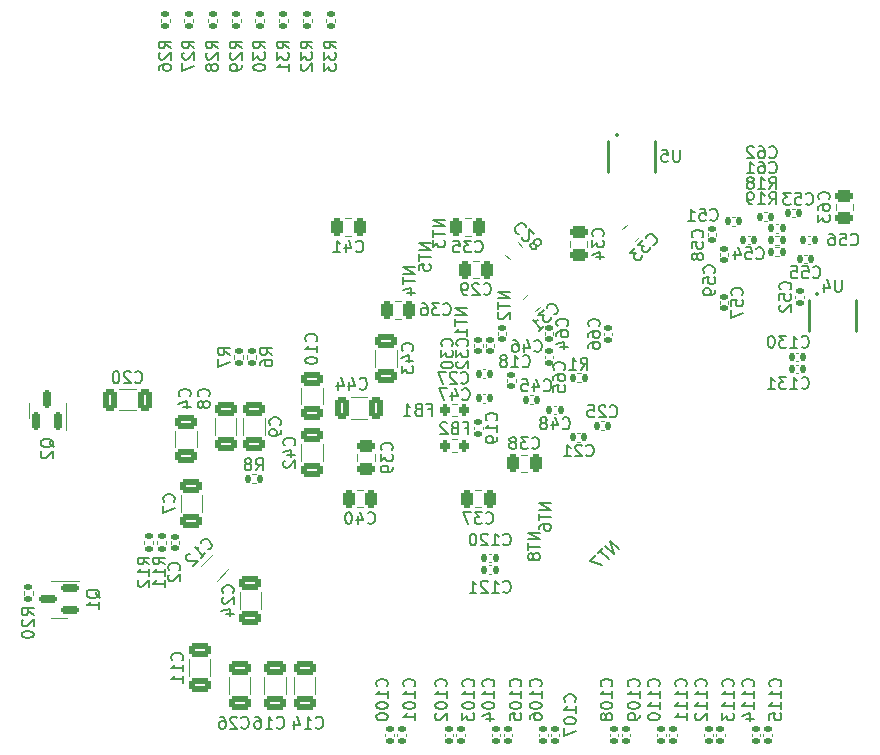
<source format=gbo>
G04 #@! TF.GenerationSoftware,KiCad,Pcbnew,6.0.11+dfsg-1*
G04 #@! TF.CreationDate,2023-08-05T12:29:56+02:00*
G04 #@! TF.ProjectId,kintex-pcie,6b696e74-6578-42d7-9063-69652e6b6963,rev?*
G04 #@! TF.SameCoordinates,Original*
G04 #@! TF.FileFunction,Legend,Bot*
G04 #@! TF.FilePolarity,Positive*
%FSLAX46Y46*%
G04 Gerber Fmt 4.6, Leading zero omitted, Abs format (unit mm)*
G04 Created by KiCad (PCBNEW 6.0.11+dfsg-1) date 2023-08-05 12:29:56*
%MOMM*%
%LPD*%
G01*
G04 APERTURE LIST*
G04 Aperture macros list*
%AMRoundRect*
0 Rectangle with rounded corners*
0 $1 Rounding radius*
0 $2 $3 $4 $5 $6 $7 $8 $9 X,Y pos of 4 corners*
0 Add a 4 corners polygon primitive as box body*
4,1,4,$2,$3,$4,$5,$6,$7,$8,$9,$2,$3,0*
0 Add four circle primitives for the rounded corners*
1,1,$1+$1,$2,$3*
1,1,$1+$1,$4,$5*
1,1,$1+$1,$6,$7*
1,1,$1+$1,$8,$9*
0 Add four rect primitives between the rounded corners*
20,1,$1+$1,$2,$3,$4,$5,0*
20,1,$1+$1,$4,$5,$6,$7,0*
20,1,$1+$1,$6,$7,$8,$9,0*
20,1,$1+$1,$8,$9,$2,$3,0*%
G04 Aperture macros list end*
%ADD10C,0.150000*%
%ADD11C,0.120000*%
%ADD12C,0.250000*%
%ADD13C,0.300000*%
%ADD14R,1.700000X1.700000*%
%ADD15O,1.700000X1.700000*%
%ADD16R,0.700000X3.200000*%
%ADD17R,0.700000X4.300000*%
%ADD18C,3.200000*%
%ADD19RoundRect,0.140000X0.170000X-0.140000X0.170000X0.140000X-0.170000X0.140000X-0.170000X-0.140000X0*%
%ADD20RoundRect,0.135000X-0.135000X-0.185000X0.135000X-0.185000X0.135000X0.185000X-0.135000X0.185000X0*%
%ADD21RoundRect,0.140000X0.140000X0.170000X-0.140000X0.170000X-0.140000X-0.170000X0.140000X-0.170000X0*%
%ADD22RoundRect,0.135000X-0.185000X0.135000X-0.185000X-0.135000X0.185000X-0.135000X0.185000X0.135000X0*%
%ADD23RoundRect,0.250000X-0.650000X0.325000X-0.650000X-0.325000X0.650000X-0.325000X0.650000X0.325000X0*%
%ADD24RoundRect,0.250000X-0.250000X-0.475000X0.250000X-0.475000X0.250000X0.475000X-0.250000X0.475000X0*%
%ADD25RoundRect,0.140000X-0.140000X-0.170000X0.140000X-0.170000X0.140000X0.170000X-0.140000X0.170000X0*%
%ADD26RoundRect,0.250000X0.325000X0.650000X-0.325000X0.650000X-0.325000X-0.650000X0.325000X-0.650000X0*%
%ADD27RoundRect,0.200000X0.200000X0.275000X-0.200000X0.275000X-0.200000X-0.275000X0.200000X-0.275000X0*%
%ADD28RoundRect,0.140000X-0.170000X0.140000X-0.170000X-0.140000X0.170000X-0.140000X0.170000X0.140000X0*%
%ADD29R,0.860000X1.050000*%
%ADD30R,0.820000X1.050000*%
%ADD31RoundRect,0.250000X0.650000X-0.325000X0.650000X0.325000X-0.650000X0.325000X-0.650000X-0.325000X0*%
%ADD32RoundRect,0.250000X0.475000X-0.250000X0.475000X0.250000X-0.475000X0.250000X-0.475000X-0.250000X0*%
%ADD33RoundRect,0.250000X-0.475000X0.250000X-0.475000X-0.250000X0.475000X-0.250000X0.475000X0.250000X0*%
%ADD34RoundRect,0.250000X0.250000X0.475000X-0.250000X0.475000X-0.250000X-0.475000X0.250000X-0.475000X0*%
%ADD35RoundRect,0.250000X-0.229810X0.689429X-0.689429X0.229810X0.229810X-0.689429X0.689429X-0.229810X0*%
%ADD36RoundRect,0.150000X0.150000X-0.587500X0.150000X0.587500X-0.150000X0.587500X-0.150000X-0.587500X0*%
%ADD37RoundRect,0.135000X0.135000X0.185000X-0.135000X0.185000X-0.135000X-0.185000X0.135000X-0.185000X0*%
%ADD38RoundRect,0.150000X0.587500X0.150000X-0.587500X0.150000X-0.587500X-0.150000X0.587500X-0.150000X0*%
%ADD39RoundRect,0.135000X0.185000X-0.135000X0.185000X0.135000X-0.185000X0.135000X-0.185000X-0.135000X0*%
%ADD40RoundRect,0.250000X0.159099X-0.512652X0.512652X-0.159099X-0.159099X0.512652X-0.512652X0.159099X0*%
%ADD41RoundRect,0.250000X-0.512652X-0.159099X-0.159099X-0.512652X0.512652X0.159099X0.159099X0.512652X0*%
G04 APERTURE END LIST*
D10*
X86557142Y-112380952D02*
X86604761Y-112333333D01*
X86652380Y-112190476D01*
X86652380Y-112095238D01*
X86604761Y-111952380D01*
X86509523Y-111857142D01*
X86414285Y-111809523D01*
X86223809Y-111761904D01*
X86080952Y-111761904D01*
X85890476Y-111809523D01*
X85795238Y-111857142D01*
X85700000Y-111952380D01*
X85652380Y-112095238D01*
X85652380Y-112190476D01*
X85700000Y-112333333D01*
X85747619Y-112380952D01*
X86652380Y-113333333D02*
X86652380Y-112761904D01*
X86652380Y-113047619D02*
X85652380Y-113047619D01*
X85795238Y-112952380D01*
X85890476Y-112857142D01*
X85938095Y-112761904D01*
X85652380Y-113952380D02*
X85652380Y-114047619D01*
X85700000Y-114142857D01*
X85747619Y-114190476D01*
X85842857Y-114238095D01*
X86033333Y-114285714D01*
X86271428Y-114285714D01*
X86461904Y-114238095D01*
X86557142Y-114190476D01*
X86604761Y-114142857D01*
X86652380Y-114047619D01*
X86652380Y-113952380D01*
X86604761Y-113857142D01*
X86557142Y-113809523D01*
X86461904Y-113761904D01*
X86271428Y-113714285D01*
X86033333Y-113714285D01*
X85842857Y-113761904D01*
X85747619Y-113809523D01*
X85700000Y-113857142D01*
X85652380Y-113952380D01*
X85652380Y-114619047D02*
X85652380Y-115238095D01*
X86033333Y-114904761D01*
X86033333Y-115047619D01*
X86080952Y-115142857D01*
X86128571Y-115190476D01*
X86223809Y-115238095D01*
X86461904Y-115238095D01*
X86557142Y-115190476D01*
X86604761Y-115142857D01*
X86652380Y-115047619D01*
X86652380Y-114761904D01*
X86604761Y-114666666D01*
X86557142Y-114619047D01*
X81652380Y-76857142D02*
X80652380Y-76857142D01*
X81652380Y-77428571D01*
X80652380Y-77428571D01*
X80652380Y-77761904D02*
X80652380Y-78333333D01*
X81652380Y-78047619D02*
X80652380Y-78047619D01*
X80985714Y-79095238D02*
X81652380Y-79095238D01*
X80604761Y-78857142D02*
X81319047Y-78619047D01*
X81319047Y-79238095D01*
X84257142Y-112380952D02*
X84304761Y-112333333D01*
X84352380Y-112190476D01*
X84352380Y-112095238D01*
X84304761Y-111952380D01*
X84209523Y-111857142D01*
X84114285Y-111809523D01*
X83923809Y-111761904D01*
X83780952Y-111761904D01*
X83590476Y-111809523D01*
X83495238Y-111857142D01*
X83400000Y-111952380D01*
X83352380Y-112095238D01*
X83352380Y-112190476D01*
X83400000Y-112333333D01*
X83447619Y-112380952D01*
X84352380Y-113333333D02*
X84352380Y-112761904D01*
X84352380Y-113047619D02*
X83352380Y-113047619D01*
X83495238Y-112952380D01*
X83590476Y-112857142D01*
X83638095Y-112761904D01*
X83352380Y-113952380D02*
X83352380Y-114047619D01*
X83400000Y-114142857D01*
X83447619Y-114190476D01*
X83542857Y-114238095D01*
X83733333Y-114285714D01*
X83971428Y-114285714D01*
X84161904Y-114238095D01*
X84257142Y-114190476D01*
X84304761Y-114142857D01*
X84352380Y-114047619D01*
X84352380Y-113952380D01*
X84304761Y-113857142D01*
X84257142Y-113809523D01*
X84161904Y-113761904D01*
X83971428Y-113714285D01*
X83733333Y-113714285D01*
X83542857Y-113761904D01*
X83447619Y-113809523D01*
X83400000Y-113857142D01*
X83352380Y-113952380D01*
X83447619Y-114666666D02*
X83400000Y-114714285D01*
X83352380Y-114809523D01*
X83352380Y-115047619D01*
X83400000Y-115142857D01*
X83447619Y-115190476D01*
X83542857Y-115238095D01*
X83638095Y-115238095D01*
X83780952Y-115190476D01*
X84352380Y-114619047D01*
X84352380Y-115238095D01*
X111642857Y-71552380D02*
X111976190Y-71076190D01*
X112214285Y-71552380D02*
X112214285Y-70552380D01*
X111833333Y-70552380D01*
X111738095Y-70600000D01*
X111690476Y-70647619D01*
X111642857Y-70742857D01*
X111642857Y-70885714D01*
X111690476Y-70980952D01*
X111738095Y-71028571D01*
X111833333Y-71076190D01*
X112214285Y-71076190D01*
X110690476Y-71552380D02*
X111261904Y-71552380D01*
X110976190Y-71552380D02*
X110976190Y-70552380D01*
X111071428Y-70695238D01*
X111166666Y-70790476D01*
X111261904Y-70838095D01*
X110214285Y-71552380D02*
X110023809Y-71552380D01*
X109928571Y-71504761D01*
X109880952Y-71457142D01*
X109785714Y-71314285D01*
X109738095Y-71123809D01*
X109738095Y-70742857D01*
X109785714Y-70647619D01*
X109833333Y-70600000D01*
X109928571Y-70552380D01*
X110119047Y-70552380D01*
X110214285Y-70600000D01*
X110261904Y-70647619D01*
X110309523Y-70742857D01*
X110309523Y-70980952D01*
X110261904Y-71076190D01*
X110214285Y-71123809D01*
X110119047Y-71171428D01*
X109928571Y-71171428D01*
X109833333Y-71123809D01*
X109785714Y-71076190D01*
X109738095Y-70980952D01*
X114742857Y-71497142D02*
X114790476Y-71544761D01*
X114933333Y-71592380D01*
X115028571Y-71592380D01*
X115171428Y-71544761D01*
X115266666Y-71449523D01*
X115314285Y-71354285D01*
X115361904Y-71163809D01*
X115361904Y-71020952D01*
X115314285Y-70830476D01*
X115266666Y-70735238D01*
X115171428Y-70640000D01*
X115028571Y-70592380D01*
X114933333Y-70592380D01*
X114790476Y-70640000D01*
X114742857Y-70687619D01*
X113838095Y-70592380D02*
X114314285Y-70592380D01*
X114361904Y-71068571D01*
X114314285Y-71020952D01*
X114219047Y-70973333D01*
X113980952Y-70973333D01*
X113885714Y-71020952D01*
X113838095Y-71068571D01*
X113790476Y-71163809D01*
X113790476Y-71401904D01*
X113838095Y-71497142D01*
X113885714Y-71544761D01*
X113980952Y-71592380D01*
X114219047Y-71592380D01*
X114314285Y-71544761D01*
X114361904Y-71497142D01*
X113457142Y-70592380D02*
X112838095Y-70592380D01*
X113171428Y-70973333D01*
X113028571Y-70973333D01*
X112933333Y-71020952D01*
X112885714Y-71068571D01*
X112838095Y-71163809D01*
X112838095Y-71401904D01*
X112885714Y-71497142D01*
X112933333Y-71544761D01*
X113028571Y-71592380D01*
X113314285Y-71592380D01*
X113409523Y-71544761D01*
X113457142Y-71497142D01*
X108557142Y-112380952D02*
X108604761Y-112333333D01*
X108652380Y-112190476D01*
X108652380Y-112095238D01*
X108604761Y-111952380D01*
X108509523Y-111857142D01*
X108414285Y-111809523D01*
X108223809Y-111761904D01*
X108080952Y-111761904D01*
X107890476Y-111809523D01*
X107795238Y-111857142D01*
X107700000Y-111952380D01*
X107652380Y-112095238D01*
X107652380Y-112190476D01*
X107700000Y-112333333D01*
X107747619Y-112380952D01*
X108652380Y-113333333D02*
X108652380Y-112761904D01*
X108652380Y-113047619D02*
X107652380Y-113047619D01*
X107795238Y-112952380D01*
X107890476Y-112857142D01*
X107938095Y-112761904D01*
X108652380Y-114285714D02*
X108652380Y-113714285D01*
X108652380Y-114000000D02*
X107652380Y-114000000D01*
X107795238Y-113904761D01*
X107890476Y-113809523D01*
X107938095Y-113714285D01*
X107652380Y-114619047D02*
X107652380Y-115238095D01*
X108033333Y-114904761D01*
X108033333Y-115047619D01*
X108080952Y-115142857D01*
X108128571Y-115190476D01*
X108223809Y-115238095D01*
X108461904Y-115238095D01*
X108557142Y-115190476D01*
X108604761Y-115142857D01*
X108652380Y-115047619D01*
X108652380Y-114761904D01*
X108604761Y-114666666D01*
X108557142Y-114619047D01*
X59152380Y-102057142D02*
X58676190Y-101723809D01*
X59152380Y-101485714D02*
X58152380Y-101485714D01*
X58152380Y-101866666D01*
X58200000Y-101961904D01*
X58247619Y-102009523D01*
X58342857Y-102057142D01*
X58485714Y-102057142D01*
X58580952Y-102009523D01*
X58628571Y-101961904D01*
X58676190Y-101866666D01*
X58676190Y-101485714D01*
X59152380Y-103009523D02*
X59152380Y-102438095D01*
X59152380Y-102723809D02*
X58152380Y-102723809D01*
X58295238Y-102628571D01*
X58390476Y-102533333D01*
X58438095Y-102438095D01*
X58247619Y-103390476D02*
X58200000Y-103438095D01*
X58152380Y-103533333D01*
X58152380Y-103771428D01*
X58200000Y-103866666D01*
X58247619Y-103914285D01*
X58342857Y-103961904D01*
X58438095Y-103961904D01*
X58580952Y-103914285D01*
X59152380Y-103342857D01*
X59152380Y-103961904D01*
X66207142Y-104457142D02*
X66254761Y-104409523D01*
X66302380Y-104266666D01*
X66302380Y-104171428D01*
X66254761Y-104028571D01*
X66159523Y-103933333D01*
X66064285Y-103885714D01*
X65873809Y-103838095D01*
X65730952Y-103838095D01*
X65540476Y-103885714D01*
X65445238Y-103933333D01*
X65350000Y-104028571D01*
X65302380Y-104171428D01*
X65302380Y-104266666D01*
X65350000Y-104409523D01*
X65397619Y-104457142D01*
X65397619Y-104838095D02*
X65350000Y-104885714D01*
X65302380Y-104980952D01*
X65302380Y-105219047D01*
X65350000Y-105314285D01*
X65397619Y-105361904D01*
X65492857Y-105409523D01*
X65588095Y-105409523D01*
X65730952Y-105361904D01*
X66302380Y-104790476D01*
X66302380Y-105409523D01*
X65635714Y-106266666D02*
X66302380Y-106266666D01*
X65254761Y-106028571D02*
X65969047Y-105790476D01*
X65969047Y-106409523D01*
X81557142Y-112380952D02*
X81604761Y-112333333D01*
X81652380Y-112190476D01*
X81652380Y-112095238D01*
X81604761Y-111952380D01*
X81509523Y-111857142D01*
X81414285Y-111809523D01*
X81223809Y-111761904D01*
X81080952Y-111761904D01*
X80890476Y-111809523D01*
X80795238Y-111857142D01*
X80700000Y-111952380D01*
X80652380Y-112095238D01*
X80652380Y-112190476D01*
X80700000Y-112333333D01*
X80747619Y-112380952D01*
X81652380Y-113333333D02*
X81652380Y-112761904D01*
X81652380Y-113047619D02*
X80652380Y-113047619D01*
X80795238Y-112952380D01*
X80890476Y-112857142D01*
X80938095Y-112761904D01*
X80652380Y-113952380D02*
X80652380Y-114047619D01*
X80700000Y-114142857D01*
X80747619Y-114190476D01*
X80842857Y-114238095D01*
X81033333Y-114285714D01*
X81271428Y-114285714D01*
X81461904Y-114238095D01*
X81557142Y-114190476D01*
X81604761Y-114142857D01*
X81652380Y-114047619D01*
X81652380Y-113952380D01*
X81604761Y-113857142D01*
X81557142Y-113809523D01*
X81461904Y-113761904D01*
X81271428Y-113714285D01*
X81033333Y-113714285D01*
X80842857Y-113761904D01*
X80747619Y-113809523D01*
X80700000Y-113857142D01*
X80652380Y-113952380D01*
X81652380Y-115238095D02*
X81652380Y-114666666D01*
X81652380Y-114952380D02*
X80652380Y-114952380D01*
X80795238Y-114857142D01*
X80890476Y-114761904D01*
X80938095Y-114666666D01*
X68952380Y-58357142D02*
X68476190Y-58023809D01*
X68952380Y-57785714D02*
X67952380Y-57785714D01*
X67952380Y-58166666D01*
X68000000Y-58261904D01*
X68047619Y-58309523D01*
X68142857Y-58357142D01*
X68285714Y-58357142D01*
X68380952Y-58309523D01*
X68428571Y-58261904D01*
X68476190Y-58166666D01*
X68476190Y-57785714D01*
X67952380Y-58690476D02*
X67952380Y-59309523D01*
X68333333Y-58976190D01*
X68333333Y-59119047D01*
X68380952Y-59214285D01*
X68428571Y-59261904D01*
X68523809Y-59309523D01*
X68761904Y-59309523D01*
X68857142Y-59261904D01*
X68904761Y-59214285D01*
X68952380Y-59119047D01*
X68952380Y-58833333D01*
X68904761Y-58738095D01*
X68857142Y-58690476D01*
X67952380Y-59928571D02*
X67952380Y-60023809D01*
X68000000Y-60119047D01*
X68047619Y-60166666D01*
X68142857Y-60214285D01*
X68333333Y-60261904D01*
X68571428Y-60261904D01*
X68761904Y-60214285D01*
X68857142Y-60166666D01*
X68904761Y-60119047D01*
X68952380Y-60023809D01*
X68952380Y-59928571D01*
X68904761Y-59833333D01*
X68857142Y-59785714D01*
X68761904Y-59738095D01*
X68571428Y-59690476D01*
X68333333Y-59690476D01*
X68142857Y-59738095D01*
X68047619Y-59785714D01*
X68000000Y-59833333D01*
X67952380Y-59928571D01*
X87442857Y-79137142D02*
X87490476Y-79184761D01*
X87633333Y-79232380D01*
X87728571Y-79232380D01*
X87871428Y-79184761D01*
X87966666Y-79089523D01*
X88014285Y-78994285D01*
X88061904Y-78803809D01*
X88061904Y-78660952D01*
X88014285Y-78470476D01*
X87966666Y-78375238D01*
X87871428Y-78280000D01*
X87728571Y-78232380D01*
X87633333Y-78232380D01*
X87490476Y-78280000D01*
X87442857Y-78327619D01*
X87061904Y-78327619D02*
X87014285Y-78280000D01*
X86919047Y-78232380D01*
X86680952Y-78232380D01*
X86585714Y-78280000D01*
X86538095Y-78327619D01*
X86490476Y-78422857D01*
X86490476Y-78518095D01*
X86538095Y-78660952D01*
X87109523Y-79232380D01*
X86490476Y-79232380D01*
X86014285Y-79232380D02*
X85823809Y-79232380D01*
X85728571Y-79184761D01*
X85680952Y-79137142D01*
X85585714Y-78994285D01*
X85538095Y-78803809D01*
X85538095Y-78422857D01*
X85585714Y-78327619D01*
X85633333Y-78280000D01*
X85728571Y-78232380D01*
X85919047Y-78232380D01*
X86014285Y-78280000D01*
X86061904Y-78327619D01*
X86109523Y-78422857D01*
X86109523Y-78660952D01*
X86061904Y-78756190D01*
X86014285Y-78803809D01*
X85919047Y-78851428D01*
X85728571Y-78851428D01*
X85633333Y-78803809D01*
X85585714Y-78756190D01*
X85538095Y-78660952D01*
X118542857Y-74957142D02*
X118590476Y-75004761D01*
X118733333Y-75052380D01*
X118828571Y-75052380D01*
X118971428Y-75004761D01*
X119066666Y-74909523D01*
X119114285Y-74814285D01*
X119161904Y-74623809D01*
X119161904Y-74480952D01*
X119114285Y-74290476D01*
X119066666Y-74195238D01*
X118971428Y-74100000D01*
X118828571Y-74052380D01*
X118733333Y-74052380D01*
X118590476Y-74100000D01*
X118542857Y-74147619D01*
X117638095Y-74052380D02*
X118114285Y-74052380D01*
X118161904Y-74528571D01*
X118114285Y-74480952D01*
X118019047Y-74433333D01*
X117780952Y-74433333D01*
X117685714Y-74480952D01*
X117638095Y-74528571D01*
X117590476Y-74623809D01*
X117590476Y-74861904D01*
X117638095Y-74957142D01*
X117685714Y-75004761D01*
X117780952Y-75052380D01*
X118019047Y-75052380D01*
X118114285Y-75004761D01*
X118161904Y-74957142D01*
X116733333Y-74052380D02*
X116923809Y-74052380D01*
X117019047Y-74100000D01*
X117066666Y-74147619D01*
X117161904Y-74290476D01*
X117209523Y-74480952D01*
X117209523Y-74861904D01*
X117161904Y-74957142D01*
X117114285Y-75004761D01*
X117019047Y-75052380D01*
X116828571Y-75052380D01*
X116733333Y-75004761D01*
X116685714Y-74957142D01*
X116638095Y-74861904D01*
X116638095Y-74623809D01*
X116685714Y-74528571D01*
X116733333Y-74480952D01*
X116828571Y-74433333D01*
X117019047Y-74433333D01*
X117114285Y-74480952D01*
X117161904Y-74528571D01*
X117209523Y-74623809D01*
X76642857Y-75537142D02*
X76690476Y-75584761D01*
X76833333Y-75632380D01*
X76928571Y-75632380D01*
X77071428Y-75584761D01*
X77166666Y-75489523D01*
X77214285Y-75394285D01*
X77261904Y-75203809D01*
X77261904Y-75060952D01*
X77214285Y-74870476D01*
X77166666Y-74775238D01*
X77071428Y-74680000D01*
X76928571Y-74632380D01*
X76833333Y-74632380D01*
X76690476Y-74680000D01*
X76642857Y-74727619D01*
X75785714Y-74965714D02*
X75785714Y-75632380D01*
X76023809Y-74584761D02*
X76261904Y-75299047D01*
X75642857Y-75299047D01*
X74738095Y-75632380D02*
X75309523Y-75632380D01*
X75023809Y-75632380D02*
X75023809Y-74632380D01*
X75119047Y-74775238D01*
X75214285Y-74870476D01*
X75309523Y-74918095D01*
X89119047Y-100357142D02*
X89166666Y-100404761D01*
X89309523Y-100452380D01*
X89404761Y-100452380D01*
X89547619Y-100404761D01*
X89642857Y-100309523D01*
X89690476Y-100214285D01*
X89738095Y-100023809D01*
X89738095Y-99880952D01*
X89690476Y-99690476D01*
X89642857Y-99595238D01*
X89547619Y-99500000D01*
X89404761Y-99452380D01*
X89309523Y-99452380D01*
X89166666Y-99500000D01*
X89119047Y-99547619D01*
X88166666Y-100452380D02*
X88738095Y-100452380D01*
X88452380Y-100452380D02*
X88452380Y-99452380D01*
X88547619Y-99595238D01*
X88642857Y-99690476D01*
X88738095Y-99738095D01*
X87785714Y-99547619D02*
X87738095Y-99500000D01*
X87642857Y-99452380D01*
X87404761Y-99452380D01*
X87309523Y-99500000D01*
X87261904Y-99547619D01*
X87214285Y-99642857D01*
X87214285Y-99738095D01*
X87261904Y-99880952D01*
X87833333Y-100452380D01*
X87214285Y-100452380D01*
X86595238Y-99452380D02*
X86500000Y-99452380D01*
X86404761Y-99500000D01*
X86357142Y-99547619D01*
X86309523Y-99642857D01*
X86261904Y-99833333D01*
X86261904Y-100071428D01*
X86309523Y-100261904D01*
X86357142Y-100357142D01*
X86404761Y-100404761D01*
X86500000Y-100452380D01*
X86595238Y-100452380D01*
X86690476Y-100404761D01*
X86738095Y-100357142D01*
X86785714Y-100261904D01*
X86833333Y-100071428D01*
X86833333Y-99833333D01*
X86785714Y-99642857D01*
X86738095Y-99547619D01*
X86690476Y-99500000D01*
X86595238Y-99452380D01*
X76942857Y-87157142D02*
X76990476Y-87204761D01*
X77133333Y-87252380D01*
X77228571Y-87252380D01*
X77371428Y-87204761D01*
X77466666Y-87109523D01*
X77514285Y-87014285D01*
X77561904Y-86823809D01*
X77561904Y-86680952D01*
X77514285Y-86490476D01*
X77466666Y-86395238D01*
X77371428Y-86300000D01*
X77228571Y-86252380D01*
X77133333Y-86252380D01*
X76990476Y-86300000D01*
X76942857Y-86347619D01*
X76085714Y-86585714D02*
X76085714Y-87252380D01*
X76323809Y-86204761D02*
X76561904Y-86919047D01*
X75942857Y-86919047D01*
X75133333Y-86585714D02*
X75133333Y-87252380D01*
X75371428Y-86204761D02*
X75609523Y-86919047D01*
X74990476Y-86919047D01*
X82733333Y-88928571D02*
X83066666Y-88928571D01*
X83066666Y-89452380D02*
X83066666Y-88452380D01*
X82590476Y-88452380D01*
X81876190Y-88928571D02*
X81733333Y-88976190D01*
X81685714Y-89023809D01*
X81638095Y-89119047D01*
X81638095Y-89261904D01*
X81685714Y-89357142D01*
X81733333Y-89404761D01*
X81828571Y-89452380D01*
X82209523Y-89452380D01*
X82209523Y-88452380D01*
X81876190Y-88452380D01*
X81780952Y-88500000D01*
X81733333Y-88547619D01*
X81685714Y-88642857D01*
X81685714Y-88738095D01*
X81733333Y-88833333D01*
X81780952Y-88880952D01*
X81876190Y-88928571D01*
X82209523Y-88928571D01*
X80685714Y-89452380D02*
X81257142Y-89452380D01*
X80971428Y-89452380D02*
X80971428Y-88452380D01*
X81066666Y-88595238D01*
X81161904Y-88690476D01*
X81257142Y-88738095D01*
X84757142Y-83557142D02*
X84804761Y-83509523D01*
X84852380Y-83366666D01*
X84852380Y-83271428D01*
X84804761Y-83128571D01*
X84709523Y-83033333D01*
X84614285Y-82985714D01*
X84423809Y-82938095D01*
X84280952Y-82938095D01*
X84090476Y-82985714D01*
X83995238Y-83033333D01*
X83900000Y-83128571D01*
X83852380Y-83271428D01*
X83852380Y-83366666D01*
X83900000Y-83509523D01*
X83947619Y-83557142D01*
X83852380Y-83890476D02*
X83852380Y-84509523D01*
X84233333Y-84176190D01*
X84233333Y-84319047D01*
X84280952Y-84414285D01*
X84328571Y-84461904D01*
X84423809Y-84509523D01*
X84661904Y-84509523D01*
X84757142Y-84461904D01*
X84804761Y-84414285D01*
X84852380Y-84319047D01*
X84852380Y-84033333D01*
X84804761Y-83938095D01*
X84757142Y-83890476D01*
X83852380Y-85128571D02*
X83852380Y-85223809D01*
X83900000Y-85319047D01*
X83947619Y-85366666D01*
X84042857Y-85414285D01*
X84233333Y-85461904D01*
X84471428Y-85461904D01*
X84661904Y-85414285D01*
X84757142Y-85366666D01*
X84804761Y-85319047D01*
X84852380Y-85223809D01*
X84852380Y-85128571D01*
X84804761Y-85033333D01*
X84757142Y-84985714D01*
X84661904Y-84938095D01*
X84471428Y-84890476D01*
X84233333Y-84890476D01*
X84042857Y-84938095D01*
X83947619Y-84985714D01*
X83900000Y-85033333D01*
X83852380Y-85128571D01*
X84152380Y-72857142D02*
X83152380Y-72857142D01*
X84152380Y-73428571D01*
X83152380Y-73428571D01*
X83152380Y-73761904D02*
X83152380Y-74333333D01*
X84152380Y-74047619D02*
X83152380Y-74047619D01*
X83152380Y-74571428D02*
X83152380Y-75190476D01*
X83533333Y-74857142D01*
X83533333Y-75000000D01*
X83580952Y-75095238D01*
X83628571Y-75142857D01*
X83723809Y-75190476D01*
X83961904Y-75190476D01*
X84057142Y-75142857D01*
X84104761Y-75095238D01*
X84152380Y-75000000D01*
X84152380Y-74714285D01*
X84104761Y-74619047D01*
X84057142Y-74571428D01*
X89652380Y-78957142D02*
X88652380Y-78957142D01*
X89652380Y-79528571D01*
X88652380Y-79528571D01*
X88652380Y-79861904D02*
X88652380Y-80433333D01*
X89652380Y-80147619D02*
X88652380Y-80147619D01*
X88747619Y-80719047D02*
X88700000Y-80766666D01*
X88652380Y-80861904D01*
X88652380Y-81100000D01*
X88700000Y-81195238D01*
X88747619Y-81242857D01*
X88842857Y-81290476D01*
X88938095Y-81290476D01*
X89080952Y-81242857D01*
X89652380Y-80671428D01*
X89652380Y-81290476D01*
X86057142Y-83557142D02*
X86104761Y-83509523D01*
X86152380Y-83366666D01*
X86152380Y-83271428D01*
X86104761Y-83128571D01*
X86009523Y-83033333D01*
X85914285Y-82985714D01*
X85723809Y-82938095D01*
X85580952Y-82938095D01*
X85390476Y-82985714D01*
X85295238Y-83033333D01*
X85200000Y-83128571D01*
X85152380Y-83271428D01*
X85152380Y-83366666D01*
X85200000Y-83509523D01*
X85247619Y-83557142D01*
X85152380Y-83890476D02*
X85152380Y-84509523D01*
X85533333Y-84176190D01*
X85533333Y-84319047D01*
X85580952Y-84414285D01*
X85628571Y-84461904D01*
X85723809Y-84509523D01*
X85961904Y-84509523D01*
X86057142Y-84461904D01*
X86104761Y-84414285D01*
X86152380Y-84319047D01*
X86152380Y-84033333D01*
X86104761Y-83938095D01*
X86057142Y-83890476D01*
X85247619Y-84890476D02*
X85200000Y-84938095D01*
X85152380Y-85033333D01*
X85152380Y-85271428D01*
X85200000Y-85366666D01*
X85247619Y-85414285D01*
X85342857Y-85461904D01*
X85438095Y-85461904D01*
X85580952Y-85414285D01*
X86152380Y-84842857D01*
X86152380Y-85461904D01*
X62952380Y-58357142D02*
X62476190Y-58023809D01*
X62952380Y-57785714D02*
X61952380Y-57785714D01*
X61952380Y-58166666D01*
X62000000Y-58261904D01*
X62047619Y-58309523D01*
X62142857Y-58357142D01*
X62285714Y-58357142D01*
X62380952Y-58309523D01*
X62428571Y-58261904D01*
X62476190Y-58166666D01*
X62476190Y-57785714D01*
X62047619Y-58738095D02*
X62000000Y-58785714D01*
X61952380Y-58880952D01*
X61952380Y-59119047D01*
X62000000Y-59214285D01*
X62047619Y-59261904D01*
X62142857Y-59309523D01*
X62238095Y-59309523D01*
X62380952Y-59261904D01*
X62952380Y-58690476D01*
X62952380Y-59309523D01*
X61952380Y-59642857D02*
X61952380Y-60309523D01*
X62952380Y-59880952D01*
X66942857Y-115857142D02*
X66990476Y-115904761D01*
X67133333Y-115952380D01*
X67228571Y-115952380D01*
X67371428Y-115904761D01*
X67466666Y-115809523D01*
X67514285Y-115714285D01*
X67561904Y-115523809D01*
X67561904Y-115380952D01*
X67514285Y-115190476D01*
X67466666Y-115095238D01*
X67371428Y-115000000D01*
X67228571Y-114952380D01*
X67133333Y-114952380D01*
X66990476Y-115000000D01*
X66942857Y-115047619D01*
X66561904Y-115047619D02*
X66514285Y-115000000D01*
X66419047Y-114952380D01*
X66180952Y-114952380D01*
X66085714Y-115000000D01*
X66038095Y-115047619D01*
X65990476Y-115142857D01*
X65990476Y-115238095D01*
X66038095Y-115380952D01*
X66609523Y-115952380D01*
X65990476Y-115952380D01*
X65133333Y-114952380D02*
X65323809Y-114952380D01*
X65419047Y-115000000D01*
X65466666Y-115047619D01*
X65561904Y-115190476D01*
X65609523Y-115380952D01*
X65609523Y-115761904D01*
X65561904Y-115857142D01*
X65514285Y-115904761D01*
X65419047Y-115952380D01*
X65228571Y-115952380D01*
X65133333Y-115904761D01*
X65085714Y-115857142D01*
X65038095Y-115761904D01*
X65038095Y-115523809D01*
X65085714Y-115428571D01*
X65133333Y-115380952D01*
X65228571Y-115333333D01*
X65419047Y-115333333D01*
X65514285Y-115380952D01*
X65561904Y-115428571D01*
X65609523Y-115523809D01*
X90742857Y-85257142D02*
X90790476Y-85304761D01*
X90933333Y-85352380D01*
X91028571Y-85352380D01*
X91171428Y-85304761D01*
X91266666Y-85209523D01*
X91314285Y-85114285D01*
X91361904Y-84923809D01*
X91361904Y-84780952D01*
X91314285Y-84590476D01*
X91266666Y-84495238D01*
X91171428Y-84400000D01*
X91028571Y-84352380D01*
X90933333Y-84352380D01*
X90790476Y-84400000D01*
X90742857Y-84447619D01*
X89790476Y-85352380D02*
X90361904Y-85352380D01*
X90076190Y-85352380D02*
X90076190Y-84352380D01*
X90171428Y-84495238D01*
X90266666Y-84590476D01*
X90361904Y-84638095D01*
X89219047Y-84780952D02*
X89314285Y-84733333D01*
X89361904Y-84685714D01*
X89409523Y-84590476D01*
X89409523Y-84542857D01*
X89361904Y-84447619D01*
X89314285Y-84400000D01*
X89219047Y-84352380D01*
X89028571Y-84352380D01*
X88933333Y-84400000D01*
X88885714Y-84447619D01*
X88838095Y-84542857D01*
X88838095Y-84590476D01*
X88885714Y-84685714D01*
X88933333Y-84733333D01*
X89028571Y-84780952D01*
X89219047Y-84780952D01*
X89314285Y-84828571D01*
X89361904Y-84876190D01*
X89409523Y-84971428D01*
X89409523Y-85161904D01*
X89361904Y-85257142D01*
X89314285Y-85304761D01*
X89219047Y-85352380D01*
X89028571Y-85352380D01*
X88933333Y-85304761D01*
X88885714Y-85257142D01*
X88838095Y-85161904D01*
X88838095Y-84971428D01*
X88885714Y-84876190D01*
X88933333Y-84828571D01*
X89028571Y-84780952D01*
X104061904Y-66952380D02*
X104061904Y-67761904D01*
X104014285Y-67857142D01*
X103966666Y-67904761D01*
X103871428Y-67952380D01*
X103680952Y-67952380D01*
X103585714Y-67904761D01*
X103538095Y-67857142D01*
X103490476Y-67761904D01*
X103490476Y-66952380D01*
X102538095Y-66952380D02*
X103014285Y-66952380D01*
X103061904Y-67428571D01*
X103014285Y-67380952D01*
X102919047Y-67333333D01*
X102680952Y-67333333D01*
X102585714Y-67380952D01*
X102538095Y-67428571D01*
X102490476Y-67523809D01*
X102490476Y-67761904D01*
X102538095Y-67857142D01*
X102585714Y-67904761D01*
X102680952Y-67952380D01*
X102919047Y-67952380D01*
X103014285Y-67904761D01*
X103061904Y-67857142D01*
X88257142Y-112380952D02*
X88304761Y-112333333D01*
X88352380Y-112190476D01*
X88352380Y-112095238D01*
X88304761Y-111952380D01*
X88209523Y-111857142D01*
X88114285Y-111809523D01*
X87923809Y-111761904D01*
X87780952Y-111761904D01*
X87590476Y-111809523D01*
X87495238Y-111857142D01*
X87400000Y-111952380D01*
X87352380Y-112095238D01*
X87352380Y-112190476D01*
X87400000Y-112333333D01*
X87447619Y-112380952D01*
X88352380Y-113333333D02*
X88352380Y-112761904D01*
X88352380Y-113047619D02*
X87352380Y-113047619D01*
X87495238Y-112952380D01*
X87590476Y-112857142D01*
X87638095Y-112761904D01*
X87352380Y-113952380D02*
X87352380Y-114047619D01*
X87400000Y-114142857D01*
X87447619Y-114190476D01*
X87542857Y-114238095D01*
X87733333Y-114285714D01*
X87971428Y-114285714D01*
X88161904Y-114238095D01*
X88257142Y-114190476D01*
X88304761Y-114142857D01*
X88352380Y-114047619D01*
X88352380Y-113952380D01*
X88304761Y-113857142D01*
X88257142Y-113809523D01*
X88161904Y-113761904D01*
X87971428Y-113714285D01*
X87733333Y-113714285D01*
X87542857Y-113761904D01*
X87447619Y-113809523D01*
X87400000Y-113857142D01*
X87352380Y-113952380D01*
X87685714Y-115142857D02*
X88352380Y-115142857D01*
X87304761Y-114904761D02*
X88019047Y-114666666D01*
X88019047Y-115285714D01*
X61207142Y-96733333D02*
X61254761Y-96685714D01*
X61302380Y-96542857D01*
X61302380Y-96447619D01*
X61254761Y-96304761D01*
X61159523Y-96209523D01*
X61064285Y-96161904D01*
X60873809Y-96114285D01*
X60730952Y-96114285D01*
X60540476Y-96161904D01*
X60445238Y-96209523D01*
X60350000Y-96304761D01*
X60302380Y-96447619D01*
X60302380Y-96542857D01*
X60350000Y-96685714D01*
X60397619Y-96733333D01*
X60302380Y-97066666D02*
X60302380Y-97733333D01*
X61302380Y-97304761D01*
X110257142Y-112380952D02*
X110304761Y-112333333D01*
X110352380Y-112190476D01*
X110352380Y-112095238D01*
X110304761Y-111952380D01*
X110209523Y-111857142D01*
X110114285Y-111809523D01*
X109923809Y-111761904D01*
X109780952Y-111761904D01*
X109590476Y-111809523D01*
X109495238Y-111857142D01*
X109400000Y-111952380D01*
X109352380Y-112095238D01*
X109352380Y-112190476D01*
X109400000Y-112333333D01*
X109447619Y-112380952D01*
X110352380Y-113333333D02*
X110352380Y-112761904D01*
X110352380Y-113047619D02*
X109352380Y-113047619D01*
X109495238Y-112952380D01*
X109590476Y-112857142D01*
X109638095Y-112761904D01*
X110352380Y-114285714D02*
X110352380Y-113714285D01*
X110352380Y-114000000D02*
X109352380Y-114000000D01*
X109495238Y-113904761D01*
X109590476Y-113809523D01*
X109638095Y-113714285D01*
X109685714Y-115142857D02*
X110352380Y-115142857D01*
X109304761Y-114904761D02*
X110019047Y-114666666D01*
X110019047Y-115285714D01*
X73257142Y-83157142D02*
X73304761Y-83109523D01*
X73352380Y-82966666D01*
X73352380Y-82871428D01*
X73304761Y-82728571D01*
X73209523Y-82633333D01*
X73114285Y-82585714D01*
X72923809Y-82538095D01*
X72780952Y-82538095D01*
X72590476Y-82585714D01*
X72495238Y-82633333D01*
X72400000Y-82728571D01*
X72352380Y-82871428D01*
X72352380Y-82966666D01*
X72400000Y-83109523D01*
X72447619Y-83157142D01*
X73352380Y-84109523D02*
X73352380Y-83538095D01*
X73352380Y-83823809D02*
X72352380Y-83823809D01*
X72495238Y-83728571D01*
X72590476Y-83633333D01*
X72638095Y-83538095D01*
X72352380Y-84728571D02*
X72352380Y-84823809D01*
X72400000Y-84919047D01*
X72447619Y-84966666D01*
X72542857Y-85014285D01*
X72733333Y-85061904D01*
X72971428Y-85061904D01*
X73161904Y-85014285D01*
X73257142Y-84966666D01*
X73304761Y-84919047D01*
X73352380Y-84823809D01*
X73352380Y-84728571D01*
X73304761Y-84633333D01*
X73257142Y-84585714D01*
X73161904Y-84538095D01*
X72971428Y-84490476D01*
X72733333Y-84490476D01*
X72542857Y-84538095D01*
X72447619Y-84585714D01*
X72400000Y-84633333D01*
X72352380Y-84728571D01*
X97197142Y-81907142D02*
X97244761Y-81859523D01*
X97292380Y-81716666D01*
X97292380Y-81621428D01*
X97244761Y-81478571D01*
X97149523Y-81383333D01*
X97054285Y-81335714D01*
X96863809Y-81288095D01*
X96720952Y-81288095D01*
X96530476Y-81335714D01*
X96435238Y-81383333D01*
X96340000Y-81478571D01*
X96292380Y-81621428D01*
X96292380Y-81716666D01*
X96340000Y-81859523D01*
X96387619Y-81907142D01*
X96292380Y-82764285D02*
X96292380Y-82573809D01*
X96340000Y-82478571D01*
X96387619Y-82430952D01*
X96530476Y-82335714D01*
X96720952Y-82288095D01*
X97101904Y-82288095D01*
X97197142Y-82335714D01*
X97244761Y-82383333D01*
X97292380Y-82478571D01*
X97292380Y-82669047D01*
X97244761Y-82764285D01*
X97197142Y-82811904D01*
X97101904Y-82859523D01*
X96863809Y-82859523D01*
X96768571Y-82811904D01*
X96720952Y-82764285D01*
X96673333Y-82669047D01*
X96673333Y-82478571D01*
X96720952Y-82383333D01*
X96768571Y-82335714D01*
X96863809Y-82288095D01*
X96292380Y-83716666D02*
X96292380Y-83526190D01*
X96340000Y-83430952D01*
X96387619Y-83383333D01*
X96530476Y-83288095D01*
X96720952Y-83240476D01*
X97101904Y-83240476D01*
X97197142Y-83288095D01*
X97244761Y-83335714D01*
X97292380Y-83430952D01*
X97292380Y-83621428D01*
X97244761Y-83716666D01*
X97197142Y-83764285D01*
X97101904Y-83811904D01*
X96863809Y-83811904D01*
X96768571Y-83764285D01*
X96720952Y-83716666D01*
X96673333Y-83621428D01*
X96673333Y-83430952D01*
X96720952Y-83335714D01*
X96768571Y-83288095D01*
X96863809Y-83240476D01*
X106257142Y-112380952D02*
X106304761Y-112333333D01*
X106352380Y-112190476D01*
X106352380Y-112095238D01*
X106304761Y-111952380D01*
X106209523Y-111857142D01*
X106114285Y-111809523D01*
X105923809Y-111761904D01*
X105780952Y-111761904D01*
X105590476Y-111809523D01*
X105495238Y-111857142D01*
X105400000Y-111952380D01*
X105352380Y-112095238D01*
X105352380Y-112190476D01*
X105400000Y-112333333D01*
X105447619Y-112380952D01*
X106352380Y-113333333D02*
X106352380Y-112761904D01*
X106352380Y-113047619D02*
X105352380Y-113047619D01*
X105495238Y-112952380D01*
X105590476Y-112857142D01*
X105638095Y-112761904D01*
X106352380Y-114285714D02*
X106352380Y-113714285D01*
X106352380Y-114000000D02*
X105352380Y-114000000D01*
X105495238Y-113904761D01*
X105590476Y-113809523D01*
X105638095Y-113714285D01*
X105447619Y-114666666D02*
X105400000Y-114714285D01*
X105352380Y-114809523D01*
X105352380Y-115047619D01*
X105400000Y-115142857D01*
X105447619Y-115190476D01*
X105542857Y-115238095D01*
X105638095Y-115238095D01*
X105780952Y-115190476D01*
X106352380Y-114619047D01*
X106352380Y-115238095D01*
X98878003Y-100761759D02*
X98170896Y-100054652D01*
X98473942Y-101165820D01*
X97766835Y-100458713D01*
X97531133Y-100694416D02*
X97127072Y-101098477D01*
X98036209Y-101603553D02*
X97329103Y-100896446D01*
X96958713Y-101266835D02*
X96487309Y-101738240D01*
X97497461Y-102142301D01*
X73242857Y-115857142D02*
X73290476Y-115904761D01*
X73433333Y-115952380D01*
X73528571Y-115952380D01*
X73671428Y-115904761D01*
X73766666Y-115809523D01*
X73814285Y-115714285D01*
X73861904Y-115523809D01*
X73861904Y-115380952D01*
X73814285Y-115190476D01*
X73766666Y-115095238D01*
X73671428Y-115000000D01*
X73528571Y-114952380D01*
X73433333Y-114952380D01*
X73290476Y-115000000D01*
X73242857Y-115047619D01*
X72290476Y-115952380D02*
X72861904Y-115952380D01*
X72576190Y-115952380D02*
X72576190Y-114952380D01*
X72671428Y-115095238D01*
X72766666Y-115190476D01*
X72861904Y-115238095D01*
X71433333Y-115285714D02*
X71433333Y-115952380D01*
X71671428Y-114904761D02*
X71909523Y-115619047D01*
X71290476Y-115619047D01*
X106642857Y-72857142D02*
X106690476Y-72904761D01*
X106833333Y-72952380D01*
X106928571Y-72952380D01*
X107071428Y-72904761D01*
X107166666Y-72809523D01*
X107214285Y-72714285D01*
X107261904Y-72523809D01*
X107261904Y-72380952D01*
X107214285Y-72190476D01*
X107166666Y-72095238D01*
X107071428Y-72000000D01*
X106928571Y-71952380D01*
X106833333Y-71952380D01*
X106690476Y-72000000D01*
X106642857Y-72047619D01*
X105738095Y-71952380D02*
X106214285Y-71952380D01*
X106261904Y-72428571D01*
X106214285Y-72380952D01*
X106119047Y-72333333D01*
X105880952Y-72333333D01*
X105785714Y-72380952D01*
X105738095Y-72428571D01*
X105690476Y-72523809D01*
X105690476Y-72761904D01*
X105738095Y-72857142D01*
X105785714Y-72904761D01*
X105880952Y-72952380D01*
X106119047Y-72952380D01*
X106214285Y-72904761D01*
X106261904Y-72857142D01*
X104738095Y-72952380D02*
X105309523Y-72952380D01*
X105023809Y-72952380D02*
X105023809Y-71952380D01*
X105119047Y-72095238D01*
X105214285Y-72190476D01*
X105309523Y-72238095D01*
X70207142Y-90233333D02*
X70254761Y-90185714D01*
X70302380Y-90042857D01*
X70302380Y-89947619D01*
X70254761Y-89804761D01*
X70159523Y-89709523D01*
X70064285Y-89661904D01*
X69873809Y-89614285D01*
X69730952Y-89614285D01*
X69540476Y-89661904D01*
X69445238Y-89709523D01*
X69350000Y-89804761D01*
X69302380Y-89947619D01*
X69302380Y-90042857D01*
X69350000Y-90185714D01*
X69397619Y-90233333D01*
X70302380Y-90709523D02*
X70302380Y-90900000D01*
X70254761Y-90995238D01*
X70207142Y-91042857D01*
X70064285Y-91138095D01*
X69873809Y-91185714D01*
X69492857Y-91185714D01*
X69397619Y-91138095D01*
X69350000Y-91090476D01*
X69302380Y-90995238D01*
X69302380Y-90804761D01*
X69350000Y-90709523D01*
X69397619Y-90661904D01*
X69492857Y-90614285D01*
X69730952Y-90614285D01*
X69826190Y-90661904D01*
X69873809Y-90709523D01*
X69921428Y-90804761D01*
X69921428Y-90995238D01*
X69873809Y-91090476D01*
X69826190Y-91138095D01*
X69730952Y-91185714D01*
X97537142Y-74257142D02*
X97584761Y-74209523D01*
X97632380Y-74066666D01*
X97632380Y-73971428D01*
X97584761Y-73828571D01*
X97489523Y-73733333D01*
X97394285Y-73685714D01*
X97203809Y-73638095D01*
X97060952Y-73638095D01*
X96870476Y-73685714D01*
X96775238Y-73733333D01*
X96680000Y-73828571D01*
X96632380Y-73971428D01*
X96632380Y-74066666D01*
X96680000Y-74209523D01*
X96727619Y-74257142D01*
X96632380Y-74590476D02*
X96632380Y-75209523D01*
X97013333Y-74876190D01*
X97013333Y-75019047D01*
X97060952Y-75114285D01*
X97108571Y-75161904D01*
X97203809Y-75209523D01*
X97441904Y-75209523D01*
X97537142Y-75161904D01*
X97584761Y-75114285D01*
X97632380Y-75019047D01*
X97632380Y-74733333D01*
X97584761Y-74638095D01*
X97537142Y-74590476D01*
X96965714Y-76066666D02*
X97632380Y-76066666D01*
X96584761Y-75828571D02*
X97299047Y-75590476D01*
X97299047Y-76209523D01*
X77642857Y-98537142D02*
X77690476Y-98584761D01*
X77833333Y-98632380D01*
X77928571Y-98632380D01*
X78071428Y-98584761D01*
X78166666Y-98489523D01*
X78214285Y-98394285D01*
X78261904Y-98203809D01*
X78261904Y-98060952D01*
X78214285Y-97870476D01*
X78166666Y-97775238D01*
X78071428Y-97680000D01*
X77928571Y-97632380D01*
X77833333Y-97632380D01*
X77690476Y-97680000D01*
X77642857Y-97727619D01*
X76785714Y-97965714D02*
X76785714Y-98632380D01*
X77023809Y-97584761D02*
X77261904Y-98299047D01*
X76642857Y-98299047D01*
X76071428Y-97632380D02*
X75976190Y-97632380D01*
X75880952Y-97680000D01*
X75833333Y-97727619D01*
X75785714Y-97822857D01*
X75738095Y-98013333D01*
X75738095Y-98251428D01*
X75785714Y-98441904D01*
X75833333Y-98537142D01*
X75880952Y-98584761D01*
X75976190Y-98632380D01*
X76071428Y-98632380D01*
X76166666Y-98584761D01*
X76214285Y-98537142D01*
X76261904Y-98441904D01*
X76309523Y-98251428D01*
X76309523Y-98013333D01*
X76261904Y-97822857D01*
X76214285Y-97727619D01*
X76166666Y-97680000D01*
X76071428Y-97632380D01*
X116677142Y-71157142D02*
X116724761Y-71109523D01*
X116772380Y-70966666D01*
X116772380Y-70871428D01*
X116724761Y-70728571D01*
X116629523Y-70633333D01*
X116534285Y-70585714D01*
X116343809Y-70538095D01*
X116200952Y-70538095D01*
X116010476Y-70585714D01*
X115915238Y-70633333D01*
X115820000Y-70728571D01*
X115772380Y-70871428D01*
X115772380Y-70966666D01*
X115820000Y-71109523D01*
X115867619Y-71157142D01*
X115772380Y-72014285D02*
X115772380Y-71823809D01*
X115820000Y-71728571D01*
X115867619Y-71680952D01*
X116010476Y-71585714D01*
X116200952Y-71538095D01*
X116581904Y-71538095D01*
X116677142Y-71585714D01*
X116724761Y-71633333D01*
X116772380Y-71728571D01*
X116772380Y-71919047D01*
X116724761Y-72014285D01*
X116677142Y-72061904D01*
X116581904Y-72109523D01*
X116343809Y-72109523D01*
X116248571Y-72061904D01*
X116200952Y-72014285D01*
X116153333Y-71919047D01*
X116153333Y-71728571D01*
X116200952Y-71633333D01*
X116248571Y-71585714D01*
X116343809Y-71538095D01*
X115772380Y-72442857D02*
X115772380Y-73061904D01*
X116153333Y-72728571D01*
X116153333Y-72871428D01*
X116200952Y-72966666D01*
X116248571Y-73014285D01*
X116343809Y-73061904D01*
X116581904Y-73061904D01*
X116677142Y-73014285D01*
X116724761Y-72966666D01*
X116772380Y-72871428D01*
X116772380Y-72585714D01*
X116724761Y-72490476D01*
X116677142Y-72442857D01*
X79657142Y-92357142D02*
X79704761Y-92309523D01*
X79752380Y-92166666D01*
X79752380Y-92071428D01*
X79704761Y-91928571D01*
X79609523Y-91833333D01*
X79514285Y-91785714D01*
X79323809Y-91738095D01*
X79180952Y-91738095D01*
X78990476Y-91785714D01*
X78895238Y-91833333D01*
X78800000Y-91928571D01*
X78752380Y-92071428D01*
X78752380Y-92166666D01*
X78800000Y-92309523D01*
X78847619Y-92357142D01*
X78752380Y-92690476D02*
X78752380Y-93309523D01*
X79133333Y-92976190D01*
X79133333Y-93119047D01*
X79180952Y-93214285D01*
X79228571Y-93261904D01*
X79323809Y-93309523D01*
X79561904Y-93309523D01*
X79657142Y-93261904D01*
X79704761Y-93214285D01*
X79752380Y-93119047D01*
X79752380Y-92833333D01*
X79704761Y-92738095D01*
X79657142Y-92690476D01*
X79752380Y-93785714D02*
X79752380Y-93976190D01*
X79704761Y-94071428D01*
X79657142Y-94119047D01*
X79514285Y-94214285D01*
X79323809Y-94261904D01*
X78942857Y-94261904D01*
X78847619Y-94214285D01*
X78800000Y-94166666D01*
X78752380Y-94071428D01*
X78752380Y-93880952D01*
X78800000Y-93785714D01*
X78847619Y-93738095D01*
X78942857Y-93690476D01*
X79180952Y-93690476D01*
X79276190Y-93738095D01*
X79323809Y-93785714D01*
X79371428Y-93880952D01*
X79371428Y-94071428D01*
X79323809Y-94166666D01*
X79276190Y-94214285D01*
X79180952Y-94261904D01*
X60952380Y-58357142D02*
X60476190Y-58023809D01*
X60952380Y-57785714D02*
X59952380Y-57785714D01*
X59952380Y-58166666D01*
X60000000Y-58261904D01*
X60047619Y-58309523D01*
X60142857Y-58357142D01*
X60285714Y-58357142D01*
X60380952Y-58309523D01*
X60428571Y-58261904D01*
X60476190Y-58166666D01*
X60476190Y-57785714D01*
X60047619Y-58738095D02*
X60000000Y-58785714D01*
X59952380Y-58880952D01*
X59952380Y-59119047D01*
X60000000Y-59214285D01*
X60047619Y-59261904D01*
X60142857Y-59309523D01*
X60238095Y-59309523D01*
X60380952Y-59261904D01*
X60952380Y-58690476D01*
X60952380Y-59309523D01*
X59952380Y-60166666D02*
X59952380Y-59976190D01*
X60000000Y-59880952D01*
X60047619Y-59833333D01*
X60190476Y-59738095D01*
X60380952Y-59690476D01*
X60761904Y-59690476D01*
X60857142Y-59738095D01*
X60904761Y-59785714D01*
X60952380Y-59880952D01*
X60952380Y-60071428D01*
X60904761Y-60166666D01*
X60857142Y-60214285D01*
X60761904Y-60261904D01*
X60523809Y-60261904D01*
X60428571Y-60214285D01*
X60380952Y-60166666D01*
X60333333Y-60071428D01*
X60333333Y-59880952D01*
X60380952Y-59785714D01*
X60428571Y-59738095D01*
X60523809Y-59690476D01*
X91542857Y-92177142D02*
X91590476Y-92224761D01*
X91733333Y-92272380D01*
X91828571Y-92272380D01*
X91971428Y-92224761D01*
X92066666Y-92129523D01*
X92114285Y-92034285D01*
X92161904Y-91843809D01*
X92161904Y-91700952D01*
X92114285Y-91510476D01*
X92066666Y-91415238D01*
X91971428Y-91320000D01*
X91828571Y-91272380D01*
X91733333Y-91272380D01*
X91590476Y-91320000D01*
X91542857Y-91367619D01*
X91209523Y-91272380D02*
X90590476Y-91272380D01*
X90923809Y-91653333D01*
X90780952Y-91653333D01*
X90685714Y-91700952D01*
X90638095Y-91748571D01*
X90590476Y-91843809D01*
X90590476Y-92081904D01*
X90638095Y-92177142D01*
X90685714Y-92224761D01*
X90780952Y-92272380D01*
X91066666Y-92272380D01*
X91161904Y-92224761D01*
X91209523Y-92177142D01*
X90019047Y-91700952D02*
X90114285Y-91653333D01*
X90161904Y-91605714D01*
X90209523Y-91510476D01*
X90209523Y-91462857D01*
X90161904Y-91367619D01*
X90114285Y-91320000D01*
X90019047Y-91272380D01*
X89828571Y-91272380D01*
X89733333Y-91320000D01*
X89685714Y-91367619D01*
X89638095Y-91462857D01*
X89638095Y-91510476D01*
X89685714Y-91605714D01*
X89733333Y-91653333D01*
X89828571Y-91700952D01*
X90019047Y-91700952D01*
X90114285Y-91748571D01*
X90161904Y-91796190D01*
X90209523Y-91891428D01*
X90209523Y-92081904D01*
X90161904Y-92177142D01*
X90114285Y-92224761D01*
X90019047Y-92272380D01*
X89828571Y-92272380D01*
X89733333Y-92224761D01*
X89685714Y-92177142D01*
X89638095Y-92081904D01*
X89638095Y-91891428D01*
X89685714Y-91796190D01*
X89733333Y-91748571D01*
X89828571Y-91700952D01*
X64098958Y-100789821D02*
X64166302Y-100789821D01*
X64300989Y-100722477D01*
X64368332Y-100655134D01*
X64435676Y-100520447D01*
X64435676Y-100385760D01*
X64402004Y-100284745D01*
X64300989Y-100116386D01*
X64199974Y-100015371D01*
X64031615Y-99914355D01*
X63930600Y-99880684D01*
X63795913Y-99880684D01*
X63661226Y-99948027D01*
X63593882Y-100015371D01*
X63526539Y-100150058D01*
X63526539Y-100217401D01*
X63492867Y-101530600D02*
X63896928Y-101126539D01*
X63694897Y-101328569D02*
X62987790Y-100621462D01*
X63156149Y-100655134D01*
X63290836Y-100655134D01*
X63391852Y-100621462D01*
X62583729Y-101160210D02*
X62516386Y-101160210D01*
X62415371Y-101193882D01*
X62247012Y-101362241D01*
X62213340Y-101463256D01*
X62213340Y-101530600D01*
X62247012Y-101631615D01*
X62314355Y-101698958D01*
X62449042Y-101766302D01*
X63257164Y-101766302D01*
X62819432Y-102204035D01*
X64157142Y-87833333D02*
X64204761Y-87785714D01*
X64252380Y-87642857D01*
X64252380Y-87547619D01*
X64204761Y-87404761D01*
X64109523Y-87309523D01*
X64014285Y-87261904D01*
X63823809Y-87214285D01*
X63680952Y-87214285D01*
X63490476Y-87261904D01*
X63395238Y-87309523D01*
X63300000Y-87404761D01*
X63252380Y-87547619D01*
X63252380Y-87642857D01*
X63300000Y-87785714D01*
X63347619Y-87833333D01*
X63680952Y-88404761D02*
X63633333Y-88309523D01*
X63585714Y-88261904D01*
X63490476Y-88214285D01*
X63442857Y-88214285D01*
X63347619Y-88261904D01*
X63300000Y-88309523D01*
X63252380Y-88404761D01*
X63252380Y-88595238D01*
X63300000Y-88690476D01*
X63347619Y-88738095D01*
X63442857Y-88785714D01*
X63490476Y-88785714D01*
X63585714Y-88738095D01*
X63633333Y-88690476D01*
X63680952Y-88595238D01*
X63680952Y-88404761D01*
X63728571Y-88309523D01*
X63776190Y-88261904D01*
X63871428Y-88214285D01*
X64061904Y-88214285D01*
X64157142Y-88261904D01*
X64204761Y-88309523D01*
X64252380Y-88404761D01*
X64252380Y-88595238D01*
X64204761Y-88690476D01*
X64157142Y-88738095D01*
X64061904Y-88785714D01*
X63871428Y-88785714D01*
X63776190Y-88738095D01*
X63728571Y-88690476D01*
X63680952Y-88595238D01*
X95157142Y-113680952D02*
X95204761Y-113633333D01*
X95252380Y-113490476D01*
X95252380Y-113395238D01*
X95204761Y-113252380D01*
X95109523Y-113157142D01*
X95014285Y-113109523D01*
X94823809Y-113061904D01*
X94680952Y-113061904D01*
X94490476Y-113109523D01*
X94395238Y-113157142D01*
X94300000Y-113252380D01*
X94252380Y-113395238D01*
X94252380Y-113490476D01*
X94300000Y-113633333D01*
X94347619Y-113680952D01*
X95252380Y-114633333D02*
X95252380Y-114061904D01*
X95252380Y-114347619D02*
X94252380Y-114347619D01*
X94395238Y-114252380D01*
X94490476Y-114157142D01*
X94538095Y-114061904D01*
X94252380Y-115252380D02*
X94252380Y-115347619D01*
X94300000Y-115442857D01*
X94347619Y-115490476D01*
X94442857Y-115538095D01*
X94633333Y-115585714D01*
X94871428Y-115585714D01*
X95061904Y-115538095D01*
X95157142Y-115490476D01*
X95204761Y-115442857D01*
X95252380Y-115347619D01*
X95252380Y-115252380D01*
X95204761Y-115157142D01*
X95157142Y-115109523D01*
X95061904Y-115061904D01*
X94871428Y-115014285D01*
X94633333Y-115014285D01*
X94442857Y-115061904D01*
X94347619Y-115109523D01*
X94300000Y-115157142D01*
X94252380Y-115252380D01*
X94252380Y-115919047D02*
X94252380Y-116585714D01*
X95252380Y-116157142D01*
X110542857Y-76117142D02*
X110590476Y-76164761D01*
X110733333Y-76212380D01*
X110828571Y-76212380D01*
X110971428Y-76164761D01*
X111066666Y-76069523D01*
X111114285Y-75974285D01*
X111161904Y-75783809D01*
X111161904Y-75640952D01*
X111114285Y-75450476D01*
X111066666Y-75355238D01*
X110971428Y-75260000D01*
X110828571Y-75212380D01*
X110733333Y-75212380D01*
X110590476Y-75260000D01*
X110542857Y-75307619D01*
X109638095Y-75212380D02*
X110114285Y-75212380D01*
X110161904Y-75688571D01*
X110114285Y-75640952D01*
X110019047Y-75593333D01*
X109780952Y-75593333D01*
X109685714Y-75640952D01*
X109638095Y-75688571D01*
X109590476Y-75783809D01*
X109590476Y-76021904D01*
X109638095Y-76117142D01*
X109685714Y-76164761D01*
X109780952Y-76212380D01*
X110019047Y-76212380D01*
X110114285Y-76164761D01*
X110161904Y-76117142D01*
X108733333Y-75545714D02*
X108733333Y-76212380D01*
X108971428Y-75164761D02*
X109209523Y-75879047D01*
X108590476Y-75879047D01*
X93152380Y-96857142D02*
X92152380Y-96857142D01*
X93152380Y-97428571D01*
X92152380Y-97428571D01*
X92152380Y-97761904D02*
X92152380Y-98333333D01*
X93152380Y-98047619D02*
X92152380Y-98047619D01*
X92152380Y-99095238D02*
X92152380Y-98904761D01*
X92200000Y-98809523D01*
X92247619Y-98761904D01*
X92390476Y-98666666D01*
X92580952Y-98619047D01*
X92961904Y-98619047D01*
X93057142Y-98666666D01*
X93104761Y-98714285D01*
X93152380Y-98809523D01*
X93152380Y-99000000D01*
X93104761Y-99095238D01*
X93057142Y-99142857D01*
X92961904Y-99190476D01*
X92723809Y-99190476D01*
X92628571Y-99142857D01*
X92580952Y-99095238D01*
X92533333Y-99000000D01*
X92533333Y-98809523D01*
X92580952Y-98714285D01*
X92628571Y-98666666D01*
X92723809Y-98619047D01*
X94257142Y-85557142D02*
X94304761Y-85509523D01*
X94352380Y-85366666D01*
X94352380Y-85271428D01*
X94304761Y-85128571D01*
X94209523Y-85033333D01*
X94114285Y-84985714D01*
X93923809Y-84938095D01*
X93780952Y-84938095D01*
X93590476Y-84985714D01*
X93495238Y-85033333D01*
X93400000Y-85128571D01*
X93352380Y-85271428D01*
X93352380Y-85366666D01*
X93400000Y-85509523D01*
X93447619Y-85557142D01*
X93352380Y-86414285D02*
X93352380Y-86223809D01*
X93400000Y-86128571D01*
X93447619Y-86080952D01*
X93590476Y-85985714D01*
X93780952Y-85938095D01*
X94161904Y-85938095D01*
X94257142Y-85985714D01*
X94304761Y-86033333D01*
X94352380Y-86128571D01*
X94352380Y-86319047D01*
X94304761Y-86414285D01*
X94257142Y-86461904D01*
X94161904Y-86509523D01*
X93923809Y-86509523D01*
X93828571Y-86461904D01*
X93780952Y-86414285D01*
X93733333Y-86319047D01*
X93733333Y-86128571D01*
X93780952Y-86033333D01*
X93828571Y-85985714D01*
X93923809Y-85938095D01*
X93352380Y-87414285D02*
X93352380Y-86938095D01*
X93828571Y-86890476D01*
X93780952Y-86938095D01*
X93733333Y-87033333D01*
X93733333Y-87271428D01*
X93780952Y-87366666D01*
X93828571Y-87414285D01*
X93923809Y-87461904D01*
X94161904Y-87461904D01*
X94257142Y-87414285D01*
X94304761Y-87366666D01*
X94352380Y-87271428D01*
X94352380Y-87033333D01*
X94304761Y-86938095D01*
X94257142Y-86890476D01*
X51047619Y-92154761D02*
X51000000Y-92059523D01*
X50904761Y-91964285D01*
X50761904Y-91821428D01*
X50714285Y-91726190D01*
X50714285Y-91630952D01*
X50952380Y-91678571D02*
X50904761Y-91583333D01*
X50809523Y-91488095D01*
X50619047Y-91440476D01*
X50285714Y-91440476D01*
X50095238Y-91488095D01*
X50000000Y-91583333D01*
X49952380Y-91678571D01*
X49952380Y-91869047D01*
X50000000Y-91964285D01*
X50095238Y-92059523D01*
X50285714Y-92107142D01*
X50619047Y-92107142D01*
X50809523Y-92059523D01*
X50904761Y-91964285D01*
X50952380Y-91869047D01*
X50952380Y-91678571D01*
X50047619Y-92488095D02*
X50000000Y-92535714D01*
X49952380Y-92630952D01*
X49952380Y-92869047D01*
X50000000Y-92964285D01*
X50047619Y-93011904D01*
X50142857Y-93059523D01*
X50238095Y-93059523D01*
X50380952Y-93011904D01*
X50952380Y-92440476D01*
X50952380Y-93059523D01*
X82952380Y-74857142D02*
X81952380Y-74857142D01*
X82952380Y-75428571D01*
X81952380Y-75428571D01*
X81952380Y-75761904D02*
X81952380Y-76333333D01*
X82952380Y-76047619D02*
X81952380Y-76047619D01*
X81952380Y-77142857D02*
X81952380Y-76666666D01*
X82428571Y-76619047D01*
X82380952Y-76666666D01*
X82333333Y-76761904D01*
X82333333Y-77000000D01*
X82380952Y-77095238D01*
X82428571Y-77142857D01*
X82523809Y-77190476D01*
X82761904Y-77190476D01*
X82857142Y-77142857D01*
X82904761Y-77095238D01*
X82952380Y-77000000D01*
X82952380Y-76761904D01*
X82904761Y-76666666D01*
X82857142Y-76619047D01*
X86052380Y-80357142D02*
X85052380Y-80357142D01*
X86052380Y-80928571D01*
X85052380Y-80928571D01*
X85052380Y-81261904D02*
X85052380Y-81833333D01*
X86052380Y-81547619D02*
X85052380Y-81547619D01*
X86052380Y-82690476D02*
X86052380Y-82119047D01*
X86052380Y-82404761D02*
X85052380Y-82404761D01*
X85195238Y-82309523D01*
X85290476Y-82214285D01*
X85338095Y-82119047D01*
X95666666Y-85552380D02*
X96000000Y-85076190D01*
X96238095Y-85552380D02*
X96238095Y-84552380D01*
X95857142Y-84552380D01*
X95761904Y-84600000D01*
X95714285Y-84647619D01*
X95666666Y-84742857D01*
X95666666Y-84885714D01*
X95714285Y-84980952D01*
X95761904Y-85028571D01*
X95857142Y-85076190D01*
X96238095Y-85076190D01*
X94714285Y-85552380D02*
X95285714Y-85552380D01*
X95000000Y-85552380D02*
X95000000Y-84552380D01*
X95095238Y-84695238D01*
X95190476Y-84790476D01*
X95285714Y-84838095D01*
X61907142Y-110157142D02*
X61954761Y-110109523D01*
X62002380Y-109966666D01*
X62002380Y-109871428D01*
X61954761Y-109728571D01*
X61859523Y-109633333D01*
X61764285Y-109585714D01*
X61573809Y-109538095D01*
X61430952Y-109538095D01*
X61240476Y-109585714D01*
X61145238Y-109633333D01*
X61050000Y-109728571D01*
X61002380Y-109871428D01*
X61002380Y-109966666D01*
X61050000Y-110109523D01*
X61097619Y-110157142D01*
X62002380Y-111109523D02*
X62002380Y-110538095D01*
X62002380Y-110823809D02*
X61002380Y-110823809D01*
X61145238Y-110728571D01*
X61240476Y-110633333D01*
X61288095Y-110538095D01*
X62002380Y-112061904D02*
X62002380Y-111490476D01*
X62002380Y-111776190D02*
X61002380Y-111776190D01*
X61145238Y-111680952D01*
X61240476Y-111585714D01*
X61288095Y-111490476D01*
X61657142Y-102533333D02*
X61704761Y-102485714D01*
X61752380Y-102342857D01*
X61752380Y-102247619D01*
X61704761Y-102104761D01*
X61609523Y-102009523D01*
X61514285Y-101961904D01*
X61323809Y-101914285D01*
X61180952Y-101914285D01*
X60990476Y-101961904D01*
X60895238Y-102009523D01*
X60800000Y-102104761D01*
X60752380Y-102247619D01*
X60752380Y-102342857D01*
X60800000Y-102485714D01*
X60847619Y-102533333D01*
X60847619Y-102914285D02*
X60800000Y-102961904D01*
X60752380Y-103057142D01*
X60752380Y-103295238D01*
X60800000Y-103390476D01*
X60847619Y-103438095D01*
X60942857Y-103485714D01*
X61038095Y-103485714D01*
X61180952Y-103438095D01*
X61752380Y-102866666D01*
X61752380Y-103485714D01*
X104557142Y-112380952D02*
X104604761Y-112333333D01*
X104652380Y-112190476D01*
X104652380Y-112095238D01*
X104604761Y-111952380D01*
X104509523Y-111857142D01*
X104414285Y-111809523D01*
X104223809Y-111761904D01*
X104080952Y-111761904D01*
X103890476Y-111809523D01*
X103795238Y-111857142D01*
X103700000Y-111952380D01*
X103652380Y-112095238D01*
X103652380Y-112190476D01*
X103700000Y-112333333D01*
X103747619Y-112380952D01*
X104652380Y-113333333D02*
X104652380Y-112761904D01*
X104652380Y-113047619D02*
X103652380Y-113047619D01*
X103795238Y-112952380D01*
X103890476Y-112857142D01*
X103938095Y-112761904D01*
X104652380Y-114285714D02*
X104652380Y-113714285D01*
X104652380Y-114000000D02*
X103652380Y-114000000D01*
X103795238Y-113904761D01*
X103890476Y-113809523D01*
X103938095Y-113714285D01*
X104652380Y-115238095D02*
X104652380Y-114666666D01*
X104652380Y-114952380D02*
X103652380Y-114952380D01*
X103795238Y-114857142D01*
X103890476Y-114761904D01*
X103938095Y-114666666D01*
X69942857Y-115857142D02*
X69990476Y-115904761D01*
X70133333Y-115952380D01*
X70228571Y-115952380D01*
X70371428Y-115904761D01*
X70466666Y-115809523D01*
X70514285Y-115714285D01*
X70561904Y-115523809D01*
X70561904Y-115380952D01*
X70514285Y-115190476D01*
X70466666Y-115095238D01*
X70371428Y-115000000D01*
X70228571Y-114952380D01*
X70133333Y-114952380D01*
X69990476Y-115000000D01*
X69942857Y-115047619D01*
X68990476Y-115952380D02*
X69561904Y-115952380D01*
X69276190Y-115952380D02*
X69276190Y-114952380D01*
X69371428Y-115095238D01*
X69466666Y-115190476D01*
X69561904Y-115238095D01*
X68133333Y-114952380D02*
X68323809Y-114952380D01*
X68419047Y-115000000D01*
X68466666Y-115047619D01*
X68561904Y-115190476D01*
X68609523Y-115380952D01*
X68609523Y-115761904D01*
X68561904Y-115857142D01*
X68514285Y-115904761D01*
X68419047Y-115952380D01*
X68228571Y-115952380D01*
X68133333Y-115904761D01*
X68085714Y-115857142D01*
X68038095Y-115761904D01*
X68038095Y-115523809D01*
X68085714Y-115428571D01*
X68133333Y-115380952D01*
X68228571Y-115333333D01*
X68419047Y-115333333D01*
X68514285Y-115380952D01*
X68561904Y-115428571D01*
X68609523Y-115523809D01*
X65982380Y-84333333D02*
X65506190Y-84000000D01*
X65982380Y-83761904D02*
X64982380Y-83761904D01*
X64982380Y-84142857D01*
X65030000Y-84238095D01*
X65077619Y-84285714D01*
X65172857Y-84333333D01*
X65315714Y-84333333D01*
X65410952Y-84285714D01*
X65458571Y-84238095D01*
X65506190Y-84142857D01*
X65506190Y-83761904D01*
X64982380Y-84666666D02*
X64982380Y-85333333D01*
X65982380Y-84904761D01*
X96142857Y-92817142D02*
X96190476Y-92864761D01*
X96333333Y-92912380D01*
X96428571Y-92912380D01*
X96571428Y-92864761D01*
X96666666Y-92769523D01*
X96714285Y-92674285D01*
X96761904Y-92483809D01*
X96761904Y-92340952D01*
X96714285Y-92150476D01*
X96666666Y-92055238D01*
X96571428Y-91960000D01*
X96428571Y-91912380D01*
X96333333Y-91912380D01*
X96190476Y-91960000D01*
X96142857Y-92007619D01*
X95761904Y-92007619D02*
X95714285Y-91960000D01*
X95619047Y-91912380D01*
X95380952Y-91912380D01*
X95285714Y-91960000D01*
X95238095Y-92007619D01*
X95190476Y-92102857D01*
X95190476Y-92198095D01*
X95238095Y-92340952D01*
X95809523Y-92912380D01*
X95190476Y-92912380D01*
X94238095Y-92912380D02*
X94809523Y-92912380D01*
X94523809Y-92912380D02*
X94523809Y-91912380D01*
X94619047Y-92055238D01*
X94714285Y-92150476D01*
X94809523Y-92198095D01*
X114369047Y-87107142D02*
X114416666Y-87154761D01*
X114559523Y-87202380D01*
X114654761Y-87202380D01*
X114797619Y-87154761D01*
X114892857Y-87059523D01*
X114940476Y-86964285D01*
X114988095Y-86773809D01*
X114988095Y-86630952D01*
X114940476Y-86440476D01*
X114892857Y-86345238D01*
X114797619Y-86250000D01*
X114654761Y-86202380D01*
X114559523Y-86202380D01*
X114416666Y-86250000D01*
X114369047Y-86297619D01*
X113416666Y-87202380D02*
X113988095Y-87202380D01*
X113702380Y-87202380D02*
X113702380Y-86202380D01*
X113797619Y-86345238D01*
X113892857Y-86440476D01*
X113988095Y-86488095D01*
X113083333Y-86202380D02*
X112464285Y-86202380D01*
X112797619Y-86583333D01*
X112654761Y-86583333D01*
X112559523Y-86630952D01*
X112511904Y-86678571D01*
X112464285Y-86773809D01*
X112464285Y-87011904D01*
X112511904Y-87107142D01*
X112559523Y-87154761D01*
X112654761Y-87202380D01*
X112940476Y-87202380D01*
X113035714Y-87154761D01*
X113083333Y-87107142D01*
X111511904Y-87202380D02*
X112083333Y-87202380D01*
X111797619Y-87202380D02*
X111797619Y-86202380D01*
X111892857Y-86345238D01*
X111988095Y-86440476D01*
X112083333Y-86488095D01*
X111642857Y-68857142D02*
X111690476Y-68904761D01*
X111833333Y-68952380D01*
X111928571Y-68952380D01*
X112071428Y-68904761D01*
X112166666Y-68809523D01*
X112214285Y-68714285D01*
X112261904Y-68523809D01*
X112261904Y-68380952D01*
X112214285Y-68190476D01*
X112166666Y-68095238D01*
X112071428Y-68000000D01*
X111928571Y-67952380D01*
X111833333Y-67952380D01*
X111690476Y-68000000D01*
X111642857Y-68047619D01*
X110785714Y-67952380D02*
X110976190Y-67952380D01*
X111071428Y-68000000D01*
X111119047Y-68047619D01*
X111214285Y-68190476D01*
X111261904Y-68380952D01*
X111261904Y-68761904D01*
X111214285Y-68857142D01*
X111166666Y-68904761D01*
X111071428Y-68952380D01*
X110880952Y-68952380D01*
X110785714Y-68904761D01*
X110738095Y-68857142D01*
X110690476Y-68761904D01*
X110690476Y-68523809D01*
X110738095Y-68428571D01*
X110785714Y-68380952D01*
X110880952Y-68333333D01*
X111071428Y-68333333D01*
X111166666Y-68380952D01*
X111214285Y-68428571D01*
X111261904Y-68523809D01*
X109738095Y-68952380D02*
X110309523Y-68952380D01*
X110023809Y-68952380D02*
X110023809Y-67952380D01*
X110119047Y-68095238D01*
X110214285Y-68190476D01*
X110309523Y-68238095D01*
X84042857Y-80857142D02*
X84090476Y-80904761D01*
X84233333Y-80952380D01*
X84328571Y-80952380D01*
X84471428Y-80904761D01*
X84566666Y-80809523D01*
X84614285Y-80714285D01*
X84661904Y-80523809D01*
X84661904Y-80380952D01*
X84614285Y-80190476D01*
X84566666Y-80095238D01*
X84471428Y-80000000D01*
X84328571Y-79952380D01*
X84233333Y-79952380D01*
X84090476Y-80000000D01*
X84042857Y-80047619D01*
X83709523Y-79952380D02*
X83090476Y-79952380D01*
X83423809Y-80333333D01*
X83280952Y-80333333D01*
X83185714Y-80380952D01*
X83138095Y-80428571D01*
X83090476Y-80523809D01*
X83090476Y-80761904D01*
X83138095Y-80857142D01*
X83185714Y-80904761D01*
X83280952Y-80952380D01*
X83566666Y-80952380D01*
X83661904Y-80904761D01*
X83709523Y-80857142D01*
X82233333Y-79952380D02*
X82423809Y-79952380D01*
X82519047Y-80000000D01*
X82566666Y-80047619D01*
X82661904Y-80190476D01*
X82709523Y-80380952D01*
X82709523Y-80761904D01*
X82661904Y-80857142D01*
X82614285Y-80904761D01*
X82519047Y-80952380D01*
X82328571Y-80952380D01*
X82233333Y-80904761D01*
X82185714Y-80857142D01*
X82138095Y-80761904D01*
X82138095Y-80523809D01*
X82185714Y-80428571D01*
X82233333Y-80380952D01*
X82328571Y-80333333D01*
X82519047Y-80333333D01*
X82614285Y-80380952D01*
X82661904Y-80428571D01*
X82709523Y-80523809D01*
X115342857Y-77717142D02*
X115390476Y-77764761D01*
X115533333Y-77812380D01*
X115628571Y-77812380D01*
X115771428Y-77764761D01*
X115866666Y-77669523D01*
X115914285Y-77574285D01*
X115961904Y-77383809D01*
X115961904Y-77240952D01*
X115914285Y-77050476D01*
X115866666Y-76955238D01*
X115771428Y-76860000D01*
X115628571Y-76812380D01*
X115533333Y-76812380D01*
X115390476Y-76860000D01*
X115342857Y-76907619D01*
X114438095Y-76812380D02*
X114914285Y-76812380D01*
X114961904Y-77288571D01*
X114914285Y-77240952D01*
X114819047Y-77193333D01*
X114580952Y-77193333D01*
X114485714Y-77240952D01*
X114438095Y-77288571D01*
X114390476Y-77383809D01*
X114390476Y-77621904D01*
X114438095Y-77717142D01*
X114485714Y-77764761D01*
X114580952Y-77812380D01*
X114819047Y-77812380D01*
X114914285Y-77764761D01*
X114961904Y-77717142D01*
X113485714Y-76812380D02*
X113961904Y-76812380D01*
X114009523Y-77288571D01*
X113961904Y-77240952D01*
X113866666Y-77193333D01*
X113628571Y-77193333D01*
X113533333Y-77240952D01*
X113485714Y-77288571D01*
X113438095Y-77383809D01*
X113438095Y-77621904D01*
X113485714Y-77717142D01*
X113533333Y-77764761D01*
X113628571Y-77812380D01*
X113866666Y-77812380D01*
X113961904Y-77764761D01*
X114009523Y-77717142D01*
X54947619Y-104904761D02*
X54900000Y-104809523D01*
X54804761Y-104714285D01*
X54661904Y-104571428D01*
X54614285Y-104476190D01*
X54614285Y-104380952D01*
X54852380Y-104428571D02*
X54804761Y-104333333D01*
X54709523Y-104238095D01*
X54519047Y-104190476D01*
X54185714Y-104190476D01*
X53995238Y-104238095D01*
X53900000Y-104333333D01*
X53852380Y-104428571D01*
X53852380Y-104619047D01*
X53900000Y-104714285D01*
X53995238Y-104809523D01*
X54185714Y-104857142D01*
X54519047Y-104857142D01*
X54709523Y-104809523D01*
X54804761Y-104714285D01*
X54852380Y-104619047D01*
X54852380Y-104428571D01*
X54852380Y-105809523D02*
X54852380Y-105238095D01*
X54852380Y-105523809D02*
X53852380Y-105523809D01*
X53995238Y-105428571D01*
X54090476Y-105333333D01*
X54138095Y-105238095D01*
X114369047Y-83607142D02*
X114416666Y-83654761D01*
X114559523Y-83702380D01*
X114654761Y-83702380D01*
X114797619Y-83654761D01*
X114892857Y-83559523D01*
X114940476Y-83464285D01*
X114988095Y-83273809D01*
X114988095Y-83130952D01*
X114940476Y-82940476D01*
X114892857Y-82845238D01*
X114797619Y-82750000D01*
X114654761Y-82702380D01*
X114559523Y-82702380D01*
X114416666Y-82750000D01*
X114369047Y-82797619D01*
X113416666Y-83702380D02*
X113988095Y-83702380D01*
X113702380Y-83702380D02*
X113702380Y-82702380D01*
X113797619Y-82845238D01*
X113892857Y-82940476D01*
X113988095Y-82988095D01*
X113083333Y-82702380D02*
X112464285Y-82702380D01*
X112797619Y-83083333D01*
X112654761Y-83083333D01*
X112559523Y-83130952D01*
X112511904Y-83178571D01*
X112464285Y-83273809D01*
X112464285Y-83511904D01*
X112511904Y-83607142D01*
X112559523Y-83654761D01*
X112654761Y-83702380D01*
X112940476Y-83702380D01*
X113035714Y-83654761D01*
X113083333Y-83607142D01*
X111845238Y-82702380D02*
X111750000Y-82702380D01*
X111654761Y-82750000D01*
X111607142Y-82797619D01*
X111559523Y-82892857D01*
X111511904Y-83083333D01*
X111511904Y-83321428D01*
X111559523Y-83511904D01*
X111607142Y-83607142D01*
X111654761Y-83654761D01*
X111750000Y-83702380D01*
X111845238Y-83702380D01*
X111940476Y-83654761D01*
X111988095Y-83607142D01*
X112035714Y-83511904D01*
X112083333Y-83321428D01*
X112083333Y-83083333D01*
X112035714Y-82892857D01*
X111988095Y-82797619D01*
X111940476Y-82750000D01*
X111845238Y-82702380D01*
X92257142Y-112380952D02*
X92304761Y-112333333D01*
X92352380Y-112190476D01*
X92352380Y-112095238D01*
X92304761Y-111952380D01*
X92209523Y-111857142D01*
X92114285Y-111809523D01*
X91923809Y-111761904D01*
X91780952Y-111761904D01*
X91590476Y-111809523D01*
X91495238Y-111857142D01*
X91400000Y-111952380D01*
X91352380Y-112095238D01*
X91352380Y-112190476D01*
X91400000Y-112333333D01*
X91447619Y-112380952D01*
X92352380Y-113333333D02*
X92352380Y-112761904D01*
X92352380Y-113047619D02*
X91352380Y-113047619D01*
X91495238Y-112952380D01*
X91590476Y-112857142D01*
X91638095Y-112761904D01*
X91352380Y-113952380D02*
X91352380Y-114047619D01*
X91400000Y-114142857D01*
X91447619Y-114190476D01*
X91542857Y-114238095D01*
X91733333Y-114285714D01*
X91971428Y-114285714D01*
X92161904Y-114238095D01*
X92257142Y-114190476D01*
X92304761Y-114142857D01*
X92352380Y-114047619D01*
X92352380Y-113952380D01*
X92304761Y-113857142D01*
X92257142Y-113809523D01*
X92161904Y-113761904D01*
X91971428Y-113714285D01*
X91733333Y-113714285D01*
X91542857Y-113761904D01*
X91447619Y-113809523D01*
X91400000Y-113857142D01*
X91352380Y-113952380D01*
X91352380Y-115142857D02*
X91352380Y-114952380D01*
X91400000Y-114857142D01*
X91447619Y-114809523D01*
X91590476Y-114714285D01*
X91780952Y-114666666D01*
X92161904Y-114666666D01*
X92257142Y-114714285D01*
X92304761Y-114761904D01*
X92352380Y-114857142D01*
X92352380Y-115047619D01*
X92304761Y-115142857D01*
X92257142Y-115190476D01*
X92161904Y-115238095D01*
X91923809Y-115238095D01*
X91828571Y-115190476D01*
X91780952Y-115142857D01*
X91733333Y-115047619D01*
X91733333Y-114857142D01*
X91780952Y-114761904D01*
X91828571Y-114714285D01*
X91923809Y-114666666D01*
X106957142Y-77357142D02*
X107004761Y-77309523D01*
X107052380Y-77166666D01*
X107052380Y-77071428D01*
X107004761Y-76928571D01*
X106909523Y-76833333D01*
X106814285Y-76785714D01*
X106623809Y-76738095D01*
X106480952Y-76738095D01*
X106290476Y-76785714D01*
X106195238Y-76833333D01*
X106100000Y-76928571D01*
X106052380Y-77071428D01*
X106052380Y-77166666D01*
X106100000Y-77309523D01*
X106147619Y-77357142D01*
X106052380Y-78261904D02*
X106052380Y-77785714D01*
X106528571Y-77738095D01*
X106480952Y-77785714D01*
X106433333Y-77880952D01*
X106433333Y-78119047D01*
X106480952Y-78214285D01*
X106528571Y-78261904D01*
X106623809Y-78309523D01*
X106861904Y-78309523D01*
X106957142Y-78261904D01*
X107004761Y-78214285D01*
X107052380Y-78119047D01*
X107052380Y-77880952D01*
X107004761Y-77785714D01*
X106957142Y-77738095D01*
X107052380Y-78785714D02*
X107052380Y-78976190D01*
X107004761Y-79071428D01*
X106957142Y-79119047D01*
X106814285Y-79214285D01*
X106623809Y-79261904D01*
X106242857Y-79261904D01*
X106147619Y-79214285D01*
X106100000Y-79166666D01*
X106052380Y-79071428D01*
X106052380Y-78880952D01*
X106100000Y-78785714D01*
X106147619Y-78738095D01*
X106242857Y-78690476D01*
X106480952Y-78690476D01*
X106576190Y-78738095D01*
X106623809Y-78785714D01*
X106671428Y-78880952D01*
X106671428Y-79071428D01*
X106623809Y-79166666D01*
X106576190Y-79214285D01*
X106480952Y-79261904D01*
X90557142Y-112380952D02*
X90604761Y-112333333D01*
X90652380Y-112190476D01*
X90652380Y-112095238D01*
X90604761Y-111952380D01*
X90509523Y-111857142D01*
X90414285Y-111809523D01*
X90223809Y-111761904D01*
X90080952Y-111761904D01*
X89890476Y-111809523D01*
X89795238Y-111857142D01*
X89700000Y-111952380D01*
X89652380Y-112095238D01*
X89652380Y-112190476D01*
X89700000Y-112333333D01*
X89747619Y-112380952D01*
X90652380Y-113333333D02*
X90652380Y-112761904D01*
X90652380Y-113047619D02*
X89652380Y-113047619D01*
X89795238Y-112952380D01*
X89890476Y-112857142D01*
X89938095Y-112761904D01*
X89652380Y-113952380D02*
X89652380Y-114047619D01*
X89700000Y-114142857D01*
X89747619Y-114190476D01*
X89842857Y-114238095D01*
X90033333Y-114285714D01*
X90271428Y-114285714D01*
X90461904Y-114238095D01*
X90557142Y-114190476D01*
X90604761Y-114142857D01*
X90652380Y-114047619D01*
X90652380Y-113952380D01*
X90604761Y-113857142D01*
X90557142Y-113809523D01*
X90461904Y-113761904D01*
X90271428Y-113714285D01*
X90033333Y-113714285D01*
X89842857Y-113761904D01*
X89747619Y-113809523D01*
X89700000Y-113857142D01*
X89652380Y-113952380D01*
X89652380Y-115190476D02*
X89652380Y-114714285D01*
X90128571Y-114666666D01*
X90080952Y-114714285D01*
X90033333Y-114809523D01*
X90033333Y-115047619D01*
X90080952Y-115142857D01*
X90128571Y-115190476D01*
X90223809Y-115238095D01*
X90461904Y-115238095D01*
X90557142Y-115190476D01*
X90604761Y-115142857D01*
X90652380Y-115047619D01*
X90652380Y-114809523D01*
X90604761Y-114714285D01*
X90557142Y-114666666D01*
X74952380Y-58357142D02*
X74476190Y-58023809D01*
X74952380Y-57785714D02*
X73952380Y-57785714D01*
X73952380Y-58166666D01*
X74000000Y-58261904D01*
X74047619Y-58309523D01*
X74142857Y-58357142D01*
X74285714Y-58357142D01*
X74380952Y-58309523D01*
X74428571Y-58261904D01*
X74476190Y-58166666D01*
X74476190Y-57785714D01*
X73952380Y-58690476D02*
X73952380Y-59309523D01*
X74333333Y-58976190D01*
X74333333Y-59119047D01*
X74380952Y-59214285D01*
X74428571Y-59261904D01*
X74523809Y-59309523D01*
X74761904Y-59309523D01*
X74857142Y-59261904D01*
X74904761Y-59214285D01*
X74952380Y-59119047D01*
X74952380Y-58833333D01*
X74904761Y-58738095D01*
X74857142Y-58690476D01*
X73952380Y-59642857D02*
X73952380Y-60261904D01*
X74333333Y-59928571D01*
X74333333Y-60071428D01*
X74380952Y-60166666D01*
X74428571Y-60214285D01*
X74523809Y-60261904D01*
X74761904Y-60261904D01*
X74857142Y-60214285D01*
X74904761Y-60166666D01*
X74952380Y-60071428D01*
X74952380Y-59785714D01*
X74904761Y-59690476D01*
X74857142Y-59642857D01*
X49352380Y-106357142D02*
X48876190Y-106023809D01*
X49352380Y-105785714D02*
X48352380Y-105785714D01*
X48352380Y-106166666D01*
X48400000Y-106261904D01*
X48447619Y-106309523D01*
X48542857Y-106357142D01*
X48685714Y-106357142D01*
X48780952Y-106309523D01*
X48828571Y-106261904D01*
X48876190Y-106166666D01*
X48876190Y-105785714D01*
X48447619Y-106738095D02*
X48400000Y-106785714D01*
X48352380Y-106880952D01*
X48352380Y-107119047D01*
X48400000Y-107214285D01*
X48447619Y-107261904D01*
X48542857Y-107309523D01*
X48638095Y-107309523D01*
X48780952Y-107261904D01*
X49352380Y-106690476D01*
X49352380Y-107309523D01*
X48352380Y-107928571D02*
X48352380Y-108023809D01*
X48400000Y-108119047D01*
X48447619Y-108166666D01*
X48542857Y-108214285D01*
X48733333Y-108261904D01*
X48971428Y-108261904D01*
X49161904Y-108214285D01*
X49257142Y-108166666D01*
X49304761Y-108119047D01*
X49352380Y-108023809D01*
X49352380Y-107928571D01*
X49304761Y-107833333D01*
X49257142Y-107785714D01*
X49161904Y-107738095D01*
X48971428Y-107690476D01*
X48733333Y-107690476D01*
X48542857Y-107738095D01*
X48447619Y-107785714D01*
X48400000Y-107833333D01*
X48352380Y-107928571D01*
X98142857Y-89497142D02*
X98190476Y-89544761D01*
X98333333Y-89592380D01*
X98428571Y-89592380D01*
X98571428Y-89544761D01*
X98666666Y-89449523D01*
X98714285Y-89354285D01*
X98761904Y-89163809D01*
X98761904Y-89020952D01*
X98714285Y-88830476D01*
X98666666Y-88735238D01*
X98571428Y-88640000D01*
X98428571Y-88592380D01*
X98333333Y-88592380D01*
X98190476Y-88640000D01*
X98142857Y-88687619D01*
X97761904Y-88687619D02*
X97714285Y-88640000D01*
X97619047Y-88592380D01*
X97380952Y-88592380D01*
X97285714Y-88640000D01*
X97238095Y-88687619D01*
X97190476Y-88782857D01*
X97190476Y-88878095D01*
X97238095Y-89020952D01*
X97809523Y-89592380D01*
X97190476Y-89592380D01*
X96285714Y-88592380D02*
X96761904Y-88592380D01*
X96809523Y-89068571D01*
X96761904Y-89020952D01*
X96666666Y-88973333D01*
X96428571Y-88973333D01*
X96333333Y-89020952D01*
X96285714Y-89068571D01*
X96238095Y-89163809D01*
X96238095Y-89401904D01*
X96285714Y-89497142D01*
X96333333Y-89544761D01*
X96428571Y-89592380D01*
X96666666Y-89592380D01*
X96761904Y-89544761D01*
X96809523Y-89497142D01*
X86742857Y-75537142D02*
X86790476Y-75584761D01*
X86933333Y-75632380D01*
X87028571Y-75632380D01*
X87171428Y-75584761D01*
X87266666Y-75489523D01*
X87314285Y-75394285D01*
X87361904Y-75203809D01*
X87361904Y-75060952D01*
X87314285Y-74870476D01*
X87266666Y-74775238D01*
X87171428Y-74680000D01*
X87028571Y-74632380D01*
X86933333Y-74632380D01*
X86790476Y-74680000D01*
X86742857Y-74727619D01*
X86409523Y-74632380D02*
X85790476Y-74632380D01*
X86123809Y-75013333D01*
X85980952Y-75013333D01*
X85885714Y-75060952D01*
X85838095Y-75108571D01*
X85790476Y-75203809D01*
X85790476Y-75441904D01*
X85838095Y-75537142D01*
X85885714Y-75584761D01*
X85980952Y-75632380D01*
X86266666Y-75632380D01*
X86361904Y-75584761D01*
X86409523Y-75537142D01*
X84885714Y-74632380D02*
X85361904Y-74632380D01*
X85409523Y-75108571D01*
X85361904Y-75060952D01*
X85266666Y-75013333D01*
X85028571Y-75013333D01*
X84933333Y-75060952D01*
X84885714Y-75108571D01*
X84838095Y-75203809D01*
X84838095Y-75441904D01*
X84885714Y-75537142D01*
X84933333Y-75584761D01*
X85028571Y-75632380D01*
X85266666Y-75632380D01*
X85361904Y-75584761D01*
X85409523Y-75537142D01*
X88517142Y-89857142D02*
X88564761Y-89809523D01*
X88612380Y-89666666D01*
X88612380Y-89571428D01*
X88564761Y-89428571D01*
X88469523Y-89333333D01*
X88374285Y-89285714D01*
X88183809Y-89238095D01*
X88040952Y-89238095D01*
X87850476Y-89285714D01*
X87755238Y-89333333D01*
X87660000Y-89428571D01*
X87612380Y-89571428D01*
X87612380Y-89666666D01*
X87660000Y-89809523D01*
X87707619Y-89857142D01*
X88612380Y-90809523D02*
X88612380Y-90238095D01*
X88612380Y-90523809D02*
X87612380Y-90523809D01*
X87755238Y-90428571D01*
X87850476Y-90333333D01*
X87898095Y-90238095D01*
X88612380Y-91285714D02*
X88612380Y-91476190D01*
X88564761Y-91571428D01*
X88517142Y-91619047D01*
X88374285Y-91714285D01*
X88183809Y-91761904D01*
X87802857Y-91761904D01*
X87707619Y-91714285D01*
X87660000Y-91666666D01*
X87612380Y-91571428D01*
X87612380Y-91380952D01*
X87660000Y-91285714D01*
X87707619Y-91238095D01*
X87802857Y-91190476D01*
X88040952Y-91190476D01*
X88136190Y-91238095D01*
X88183809Y-91285714D01*
X88231428Y-91380952D01*
X88231428Y-91571428D01*
X88183809Y-91666666D01*
X88136190Y-91714285D01*
X88040952Y-91761904D01*
X102257142Y-112380952D02*
X102304761Y-112333333D01*
X102352380Y-112190476D01*
X102352380Y-112095238D01*
X102304761Y-111952380D01*
X102209523Y-111857142D01*
X102114285Y-111809523D01*
X101923809Y-111761904D01*
X101780952Y-111761904D01*
X101590476Y-111809523D01*
X101495238Y-111857142D01*
X101400000Y-111952380D01*
X101352380Y-112095238D01*
X101352380Y-112190476D01*
X101400000Y-112333333D01*
X101447619Y-112380952D01*
X102352380Y-113333333D02*
X102352380Y-112761904D01*
X102352380Y-113047619D02*
X101352380Y-113047619D01*
X101495238Y-112952380D01*
X101590476Y-112857142D01*
X101638095Y-112761904D01*
X102352380Y-114285714D02*
X102352380Y-113714285D01*
X102352380Y-114000000D02*
X101352380Y-114000000D01*
X101495238Y-113904761D01*
X101590476Y-113809523D01*
X101638095Y-113714285D01*
X101352380Y-114904761D02*
X101352380Y-115000000D01*
X101400000Y-115095238D01*
X101447619Y-115142857D01*
X101542857Y-115190476D01*
X101733333Y-115238095D01*
X101971428Y-115238095D01*
X102161904Y-115190476D01*
X102257142Y-115142857D01*
X102304761Y-115095238D01*
X102352380Y-115000000D01*
X102352380Y-114904761D01*
X102304761Y-114809523D01*
X102257142Y-114761904D01*
X102161904Y-114714285D01*
X101971428Y-114666666D01*
X101733333Y-114666666D01*
X101542857Y-114714285D01*
X101447619Y-114761904D01*
X101400000Y-114809523D01*
X101352380Y-114904761D01*
X81407142Y-83957142D02*
X81454761Y-83909523D01*
X81502380Y-83766666D01*
X81502380Y-83671428D01*
X81454761Y-83528571D01*
X81359523Y-83433333D01*
X81264285Y-83385714D01*
X81073809Y-83338095D01*
X80930952Y-83338095D01*
X80740476Y-83385714D01*
X80645238Y-83433333D01*
X80550000Y-83528571D01*
X80502380Y-83671428D01*
X80502380Y-83766666D01*
X80550000Y-83909523D01*
X80597619Y-83957142D01*
X80835714Y-84814285D02*
X81502380Y-84814285D01*
X80454761Y-84576190D02*
X81169047Y-84338095D01*
X81169047Y-84957142D01*
X80502380Y-85242857D02*
X80502380Y-85861904D01*
X80883333Y-85528571D01*
X80883333Y-85671428D01*
X80930952Y-85766666D01*
X80978571Y-85814285D01*
X81073809Y-85861904D01*
X81311904Y-85861904D01*
X81407142Y-85814285D01*
X81454761Y-85766666D01*
X81502380Y-85671428D01*
X81502380Y-85385714D01*
X81454761Y-85290476D01*
X81407142Y-85242857D01*
X60452380Y-102057142D02*
X59976190Y-101723809D01*
X60452380Y-101485714D02*
X59452380Y-101485714D01*
X59452380Y-101866666D01*
X59500000Y-101961904D01*
X59547619Y-102009523D01*
X59642857Y-102057142D01*
X59785714Y-102057142D01*
X59880952Y-102009523D01*
X59928571Y-101961904D01*
X59976190Y-101866666D01*
X59976190Y-101485714D01*
X60452380Y-103009523D02*
X60452380Y-102438095D01*
X60452380Y-102723809D02*
X59452380Y-102723809D01*
X59595238Y-102628571D01*
X59690476Y-102533333D01*
X59738095Y-102438095D01*
X60452380Y-103961904D02*
X60452380Y-103390476D01*
X60452380Y-103676190D02*
X59452380Y-103676190D01*
X59595238Y-103580952D01*
X59690476Y-103485714D01*
X59738095Y-103390476D01*
X89119047Y-104357142D02*
X89166666Y-104404761D01*
X89309523Y-104452380D01*
X89404761Y-104452380D01*
X89547619Y-104404761D01*
X89642857Y-104309523D01*
X89690476Y-104214285D01*
X89738095Y-104023809D01*
X89738095Y-103880952D01*
X89690476Y-103690476D01*
X89642857Y-103595238D01*
X89547619Y-103500000D01*
X89404761Y-103452380D01*
X89309523Y-103452380D01*
X89166666Y-103500000D01*
X89119047Y-103547619D01*
X88166666Y-104452380D02*
X88738095Y-104452380D01*
X88452380Y-104452380D02*
X88452380Y-103452380D01*
X88547619Y-103595238D01*
X88642857Y-103690476D01*
X88738095Y-103738095D01*
X87785714Y-103547619D02*
X87738095Y-103500000D01*
X87642857Y-103452380D01*
X87404761Y-103452380D01*
X87309523Y-103500000D01*
X87261904Y-103547619D01*
X87214285Y-103642857D01*
X87214285Y-103738095D01*
X87261904Y-103880952D01*
X87833333Y-104452380D01*
X87214285Y-104452380D01*
X86261904Y-104452380D02*
X86833333Y-104452380D01*
X86547619Y-104452380D02*
X86547619Y-103452380D01*
X86642857Y-103595238D01*
X86738095Y-103690476D01*
X86833333Y-103738095D01*
X68166666Y-94082380D02*
X68500000Y-93606190D01*
X68738095Y-94082380D02*
X68738095Y-93082380D01*
X68357142Y-93082380D01*
X68261904Y-93130000D01*
X68214285Y-93177619D01*
X68166666Y-93272857D01*
X68166666Y-93415714D01*
X68214285Y-93510952D01*
X68261904Y-93558571D01*
X68357142Y-93606190D01*
X68738095Y-93606190D01*
X67595238Y-93510952D02*
X67690476Y-93463333D01*
X67738095Y-93415714D01*
X67785714Y-93320476D01*
X67785714Y-93272857D01*
X67738095Y-93177619D01*
X67690476Y-93130000D01*
X67595238Y-93082380D01*
X67404761Y-93082380D01*
X67309523Y-93130000D01*
X67261904Y-93177619D01*
X67214285Y-93272857D01*
X67214285Y-93320476D01*
X67261904Y-93415714D01*
X67309523Y-93463333D01*
X67404761Y-93510952D01*
X67595238Y-93510952D01*
X67690476Y-93558571D01*
X67738095Y-93606190D01*
X67785714Y-93701428D01*
X67785714Y-93891904D01*
X67738095Y-93987142D01*
X67690476Y-94034761D01*
X67595238Y-94082380D01*
X67404761Y-94082380D01*
X67309523Y-94034761D01*
X67261904Y-93987142D01*
X67214285Y-93891904D01*
X67214285Y-93701428D01*
X67261904Y-93606190D01*
X67309523Y-93558571D01*
X67404761Y-93510952D01*
X62557142Y-87833333D02*
X62604761Y-87785714D01*
X62652380Y-87642857D01*
X62652380Y-87547619D01*
X62604761Y-87404761D01*
X62509523Y-87309523D01*
X62414285Y-87261904D01*
X62223809Y-87214285D01*
X62080952Y-87214285D01*
X61890476Y-87261904D01*
X61795238Y-87309523D01*
X61700000Y-87404761D01*
X61652380Y-87547619D01*
X61652380Y-87642857D01*
X61700000Y-87785714D01*
X61747619Y-87833333D01*
X61985714Y-88690476D02*
X62652380Y-88690476D01*
X61604761Y-88452380D02*
X62319047Y-88214285D01*
X62319047Y-88833333D01*
X64952380Y-58357142D02*
X64476190Y-58023809D01*
X64952380Y-57785714D02*
X63952380Y-57785714D01*
X63952380Y-58166666D01*
X64000000Y-58261904D01*
X64047619Y-58309523D01*
X64142857Y-58357142D01*
X64285714Y-58357142D01*
X64380952Y-58309523D01*
X64428571Y-58261904D01*
X64476190Y-58166666D01*
X64476190Y-57785714D01*
X64047619Y-58738095D02*
X64000000Y-58785714D01*
X63952380Y-58880952D01*
X63952380Y-59119047D01*
X64000000Y-59214285D01*
X64047619Y-59261904D01*
X64142857Y-59309523D01*
X64238095Y-59309523D01*
X64380952Y-59261904D01*
X64952380Y-58690476D01*
X64952380Y-59309523D01*
X64380952Y-59880952D02*
X64333333Y-59785714D01*
X64285714Y-59738095D01*
X64190476Y-59690476D01*
X64142857Y-59690476D01*
X64047619Y-59738095D01*
X64000000Y-59785714D01*
X63952380Y-59880952D01*
X63952380Y-60071428D01*
X64000000Y-60166666D01*
X64047619Y-60214285D01*
X64142857Y-60261904D01*
X64190476Y-60261904D01*
X64285714Y-60214285D01*
X64333333Y-60166666D01*
X64380952Y-60071428D01*
X64380952Y-59880952D01*
X64428571Y-59785714D01*
X64476190Y-59738095D01*
X64571428Y-59690476D01*
X64761904Y-59690476D01*
X64857142Y-59738095D01*
X64904761Y-59785714D01*
X64952380Y-59880952D01*
X64952380Y-60071428D01*
X64904761Y-60166666D01*
X64857142Y-60214285D01*
X64761904Y-60261904D01*
X64571428Y-60261904D01*
X64476190Y-60214285D01*
X64428571Y-60166666D01*
X64380952Y-60071428D01*
X91742857Y-83957142D02*
X91790476Y-84004761D01*
X91933333Y-84052380D01*
X92028571Y-84052380D01*
X92171428Y-84004761D01*
X92266666Y-83909523D01*
X92314285Y-83814285D01*
X92361904Y-83623809D01*
X92361904Y-83480952D01*
X92314285Y-83290476D01*
X92266666Y-83195238D01*
X92171428Y-83100000D01*
X92028571Y-83052380D01*
X91933333Y-83052380D01*
X91790476Y-83100000D01*
X91742857Y-83147619D01*
X90885714Y-83385714D02*
X90885714Y-84052380D01*
X91123809Y-83004761D02*
X91361904Y-83719047D01*
X90742857Y-83719047D01*
X89933333Y-83052380D02*
X90123809Y-83052380D01*
X90219047Y-83100000D01*
X90266666Y-83147619D01*
X90361904Y-83290476D01*
X90409523Y-83480952D01*
X90409523Y-83861904D01*
X90361904Y-83957142D01*
X90314285Y-84004761D01*
X90219047Y-84052380D01*
X90028571Y-84052380D01*
X89933333Y-84004761D01*
X89885714Y-83957142D01*
X89838095Y-83861904D01*
X89838095Y-83623809D01*
X89885714Y-83528571D01*
X89933333Y-83480952D01*
X90028571Y-83433333D01*
X90219047Y-83433333D01*
X90314285Y-83480952D01*
X90361904Y-83528571D01*
X90409523Y-83623809D01*
X85542857Y-86657142D02*
X85590476Y-86704761D01*
X85733333Y-86752380D01*
X85828571Y-86752380D01*
X85971428Y-86704761D01*
X86066666Y-86609523D01*
X86114285Y-86514285D01*
X86161904Y-86323809D01*
X86161904Y-86180952D01*
X86114285Y-85990476D01*
X86066666Y-85895238D01*
X85971428Y-85800000D01*
X85828571Y-85752380D01*
X85733333Y-85752380D01*
X85590476Y-85800000D01*
X85542857Y-85847619D01*
X85161904Y-85847619D02*
X85114285Y-85800000D01*
X85019047Y-85752380D01*
X84780952Y-85752380D01*
X84685714Y-85800000D01*
X84638095Y-85847619D01*
X84590476Y-85942857D01*
X84590476Y-86038095D01*
X84638095Y-86180952D01*
X85209523Y-86752380D01*
X84590476Y-86752380D01*
X84257142Y-85752380D02*
X83590476Y-85752380D01*
X84019047Y-86752380D01*
X94517142Y-81857142D02*
X94564761Y-81809523D01*
X94612380Y-81666666D01*
X94612380Y-81571428D01*
X94564761Y-81428571D01*
X94469523Y-81333333D01*
X94374285Y-81285714D01*
X94183809Y-81238095D01*
X94040952Y-81238095D01*
X93850476Y-81285714D01*
X93755238Y-81333333D01*
X93660000Y-81428571D01*
X93612380Y-81571428D01*
X93612380Y-81666666D01*
X93660000Y-81809523D01*
X93707619Y-81857142D01*
X93612380Y-82714285D02*
X93612380Y-82523809D01*
X93660000Y-82428571D01*
X93707619Y-82380952D01*
X93850476Y-82285714D01*
X94040952Y-82238095D01*
X94421904Y-82238095D01*
X94517142Y-82285714D01*
X94564761Y-82333333D01*
X94612380Y-82428571D01*
X94612380Y-82619047D01*
X94564761Y-82714285D01*
X94517142Y-82761904D01*
X94421904Y-82809523D01*
X94183809Y-82809523D01*
X94088571Y-82761904D01*
X94040952Y-82714285D01*
X93993333Y-82619047D01*
X93993333Y-82428571D01*
X94040952Y-82333333D01*
X94088571Y-82285714D01*
X94183809Y-82238095D01*
X93945714Y-83666666D02*
X94612380Y-83666666D01*
X93564761Y-83428571D02*
X94279047Y-83190476D01*
X94279047Y-83809523D01*
X87642857Y-98537142D02*
X87690476Y-98584761D01*
X87833333Y-98632380D01*
X87928571Y-98632380D01*
X88071428Y-98584761D01*
X88166666Y-98489523D01*
X88214285Y-98394285D01*
X88261904Y-98203809D01*
X88261904Y-98060952D01*
X88214285Y-97870476D01*
X88166666Y-97775238D01*
X88071428Y-97680000D01*
X87928571Y-97632380D01*
X87833333Y-97632380D01*
X87690476Y-97680000D01*
X87642857Y-97727619D01*
X87309523Y-97632380D02*
X86690476Y-97632380D01*
X87023809Y-98013333D01*
X86880952Y-98013333D01*
X86785714Y-98060952D01*
X86738095Y-98108571D01*
X86690476Y-98203809D01*
X86690476Y-98441904D01*
X86738095Y-98537142D01*
X86785714Y-98584761D01*
X86880952Y-98632380D01*
X87166666Y-98632380D01*
X87261904Y-98584761D01*
X87309523Y-98537142D01*
X86357142Y-97632380D02*
X85690476Y-97632380D01*
X86119047Y-98632380D01*
X113397142Y-78757142D02*
X113444761Y-78709523D01*
X113492380Y-78566666D01*
X113492380Y-78471428D01*
X113444761Y-78328571D01*
X113349523Y-78233333D01*
X113254285Y-78185714D01*
X113063809Y-78138095D01*
X112920952Y-78138095D01*
X112730476Y-78185714D01*
X112635238Y-78233333D01*
X112540000Y-78328571D01*
X112492380Y-78471428D01*
X112492380Y-78566666D01*
X112540000Y-78709523D01*
X112587619Y-78757142D01*
X112492380Y-79661904D02*
X112492380Y-79185714D01*
X112968571Y-79138095D01*
X112920952Y-79185714D01*
X112873333Y-79280952D01*
X112873333Y-79519047D01*
X112920952Y-79614285D01*
X112968571Y-79661904D01*
X113063809Y-79709523D01*
X113301904Y-79709523D01*
X113397142Y-79661904D01*
X113444761Y-79614285D01*
X113492380Y-79519047D01*
X113492380Y-79280952D01*
X113444761Y-79185714D01*
X113397142Y-79138095D01*
X112587619Y-80090476D02*
X112540000Y-80138095D01*
X112492380Y-80233333D01*
X112492380Y-80471428D01*
X112540000Y-80566666D01*
X112587619Y-80614285D01*
X112682857Y-80661904D01*
X112778095Y-80661904D01*
X112920952Y-80614285D01*
X113492380Y-80042857D01*
X113492380Y-80661904D01*
X98257142Y-112380952D02*
X98304761Y-112333333D01*
X98352380Y-112190476D01*
X98352380Y-112095238D01*
X98304761Y-111952380D01*
X98209523Y-111857142D01*
X98114285Y-111809523D01*
X97923809Y-111761904D01*
X97780952Y-111761904D01*
X97590476Y-111809523D01*
X97495238Y-111857142D01*
X97400000Y-111952380D01*
X97352380Y-112095238D01*
X97352380Y-112190476D01*
X97400000Y-112333333D01*
X97447619Y-112380952D01*
X98352380Y-113333333D02*
X98352380Y-112761904D01*
X98352380Y-113047619D02*
X97352380Y-113047619D01*
X97495238Y-112952380D01*
X97590476Y-112857142D01*
X97638095Y-112761904D01*
X97352380Y-113952380D02*
X97352380Y-114047619D01*
X97400000Y-114142857D01*
X97447619Y-114190476D01*
X97542857Y-114238095D01*
X97733333Y-114285714D01*
X97971428Y-114285714D01*
X98161904Y-114238095D01*
X98257142Y-114190476D01*
X98304761Y-114142857D01*
X98352380Y-114047619D01*
X98352380Y-113952380D01*
X98304761Y-113857142D01*
X98257142Y-113809523D01*
X98161904Y-113761904D01*
X97971428Y-113714285D01*
X97733333Y-113714285D01*
X97542857Y-113761904D01*
X97447619Y-113809523D01*
X97400000Y-113857142D01*
X97352380Y-113952380D01*
X97780952Y-114857142D02*
X97733333Y-114761904D01*
X97685714Y-114714285D01*
X97590476Y-114666666D01*
X97542857Y-114666666D01*
X97447619Y-114714285D01*
X97400000Y-114761904D01*
X97352380Y-114857142D01*
X97352380Y-115047619D01*
X97400000Y-115142857D01*
X97447619Y-115190476D01*
X97542857Y-115238095D01*
X97590476Y-115238095D01*
X97685714Y-115190476D01*
X97733333Y-115142857D01*
X97780952Y-115047619D01*
X97780952Y-114857142D01*
X97828571Y-114761904D01*
X97876190Y-114714285D01*
X97971428Y-114666666D01*
X98161904Y-114666666D01*
X98257142Y-114714285D01*
X98304761Y-114761904D01*
X98352380Y-114857142D01*
X98352380Y-115047619D01*
X98304761Y-115142857D01*
X98257142Y-115190476D01*
X98161904Y-115238095D01*
X97971428Y-115238095D01*
X97876190Y-115190476D01*
X97828571Y-115142857D01*
X97780952Y-115047619D01*
X109317142Y-79257142D02*
X109364761Y-79209523D01*
X109412380Y-79066666D01*
X109412380Y-78971428D01*
X109364761Y-78828571D01*
X109269523Y-78733333D01*
X109174285Y-78685714D01*
X108983809Y-78638095D01*
X108840952Y-78638095D01*
X108650476Y-78685714D01*
X108555238Y-78733333D01*
X108460000Y-78828571D01*
X108412380Y-78971428D01*
X108412380Y-79066666D01*
X108460000Y-79209523D01*
X108507619Y-79257142D01*
X108412380Y-80161904D02*
X108412380Y-79685714D01*
X108888571Y-79638095D01*
X108840952Y-79685714D01*
X108793333Y-79780952D01*
X108793333Y-80019047D01*
X108840952Y-80114285D01*
X108888571Y-80161904D01*
X108983809Y-80209523D01*
X109221904Y-80209523D01*
X109317142Y-80161904D01*
X109364761Y-80114285D01*
X109412380Y-80019047D01*
X109412380Y-79780952D01*
X109364761Y-79685714D01*
X109317142Y-79638095D01*
X108412380Y-80542857D02*
X108412380Y-81209523D01*
X109412380Y-80780952D01*
X117761904Y-77952380D02*
X117761904Y-78761904D01*
X117714285Y-78857142D01*
X117666666Y-78904761D01*
X117571428Y-78952380D01*
X117380952Y-78952380D01*
X117285714Y-78904761D01*
X117238095Y-78857142D01*
X117190476Y-78761904D01*
X117190476Y-77952380D01*
X116285714Y-78285714D02*
X116285714Y-78952380D01*
X116523809Y-77904761D02*
X116761904Y-78619047D01*
X116142857Y-78619047D01*
X66952380Y-58357142D02*
X66476190Y-58023809D01*
X66952380Y-57785714D02*
X65952380Y-57785714D01*
X65952380Y-58166666D01*
X66000000Y-58261904D01*
X66047619Y-58309523D01*
X66142857Y-58357142D01*
X66285714Y-58357142D01*
X66380952Y-58309523D01*
X66428571Y-58261904D01*
X66476190Y-58166666D01*
X66476190Y-57785714D01*
X66047619Y-58738095D02*
X66000000Y-58785714D01*
X65952380Y-58880952D01*
X65952380Y-59119047D01*
X66000000Y-59214285D01*
X66047619Y-59261904D01*
X66142857Y-59309523D01*
X66238095Y-59309523D01*
X66380952Y-59261904D01*
X66952380Y-58690476D01*
X66952380Y-59309523D01*
X66952380Y-59785714D02*
X66952380Y-59976190D01*
X66904761Y-60071428D01*
X66857142Y-60119047D01*
X66714285Y-60214285D01*
X66523809Y-60261904D01*
X66142857Y-60261904D01*
X66047619Y-60214285D01*
X66000000Y-60166666D01*
X65952380Y-60071428D01*
X65952380Y-59880952D01*
X66000000Y-59785714D01*
X66047619Y-59738095D01*
X66142857Y-59690476D01*
X66380952Y-59690476D01*
X66476190Y-59738095D01*
X66523809Y-59785714D01*
X66571428Y-59880952D01*
X66571428Y-60071428D01*
X66523809Y-60166666D01*
X66476190Y-60214285D01*
X66380952Y-60261904D01*
X105957142Y-74357142D02*
X106004761Y-74309523D01*
X106052380Y-74166666D01*
X106052380Y-74071428D01*
X106004761Y-73928571D01*
X105909523Y-73833333D01*
X105814285Y-73785714D01*
X105623809Y-73738095D01*
X105480952Y-73738095D01*
X105290476Y-73785714D01*
X105195238Y-73833333D01*
X105100000Y-73928571D01*
X105052380Y-74071428D01*
X105052380Y-74166666D01*
X105100000Y-74309523D01*
X105147619Y-74357142D01*
X105052380Y-75261904D02*
X105052380Y-74785714D01*
X105528571Y-74738095D01*
X105480952Y-74785714D01*
X105433333Y-74880952D01*
X105433333Y-75119047D01*
X105480952Y-75214285D01*
X105528571Y-75261904D01*
X105623809Y-75309523D01*
X105861904Y-75309523D01*
X105957142Y-75261904D01*
X106004761Y-75214285D01*
X106052380Y-75119047D01*
X106052380Y-74880952D01*
X106004761Y-74785714D01*
X105957142Y-74738095D01*
X105480952Y-75880952D02*
X105433333Y-75785714D01*
X105385714Y-75738095D01*
X105290476Y-75690476D01*
X105242857Y-75690476D01*
X105147619Y-75738095D01*
X105100000Y-75785714D01*
X105052380Y-75880952D01*
X105052380Y-76071428D01*
X105100000Y-76166666D01*
X105147619Y-76214285D01*
X105242857Y-76261904D01*
X105290476Y-76261904D01*
X105385714Y-76214285D01*
X105433333Y-76166666D01*
X105480952Y-76071428D01*
X105480952Y-75880952D01*
X105528571Y-75785714D01*
X105576190Y-75738095D01*
X105671428Y-75690476D01*
X105861904Y-75690476D01*
X105957142Y-75738095D01*
X106004761Y-75785714D01*
X106052380Y-75880952D01*
X106052380Y-76071428D01*
X106004761Y-76166666D01*
X105957142Y-76214285D01*
X105861904Y-76261904D01*
X105671428Y-76261904D01*
X105576190Y-76214285D01*
X105528571Y-76166666D01*
X105480952Y-76071428D01*
X92202380Y-99357142D02*
X91202380Y-99357142D01*
X92202380Y-99928571D01*
X91202380Y-99928571D01*
X91202380Y-100261904D02*
X91202380Y-100833333D01*
X92202380Y-100547619D02*
X91202380Y-100547619D01*
X91630952Y-101309523D02*
X91583333Y-101214285D01*
X91535714Y-101166666D01*
X91440476Y-101119047D01*
X91392857Y-101119047D01*
X91297619Y-101166666D01*
X91250000Y-101214285D01*
X91202380Y-101309523D01*
X91202380Y-101500000D01*
X91250000Y-101595238D01*
X91297619Y-101642857D01*
X91392857Y-101690476D01*
X91440476Y-101690476D01*
X91535714Y-101642857D01*
X91583333Y-101595238D01*
X91630952Y-101500000D01*
X91630952Y-101309523D01*
X91678571Y-101214285D01*
X91726190Y-101166666D01*
X91821428Y-101119047D01*
X92011904Y-101119047D01*
X92107142Y-101166666D01*
X92154761Y-101214285D01*
X92202380Y-101309523D01*
X92202380Y-101500000D01*
X92154761Y-101595238D01*
X92107142Y-101642857D01*
X92011904Y-101690476D01*
X91821428Y-101690476D01*
X91726190Y-101642857D01*
X91678571Y-101595238D01*
X91630952Y-101500000D01*
X93395045Y-80885908D02*
X93462389Y-80885908D01*
X93597076Y-80818564D01*
X93664419Y-80751221D01*
X93731763Y-80616534D01*
X93731763Y-80481847D01*
X93698091Y-80380832D01*
X93597076Y-80212473D01*
X93496061Y-80111458D01*
X93327702Y-80010442D01*
X93226687Y-79976771D01*
X93092000Y-79976771D01*
X92957313Y-80044114D01*
X92889969Y-80111458D01*
X92822626Y-80246145D01*
X92822626Y-80313488D01*
X92519580Y-80481847D02*
X92081847Y-80919580D01*
X92586923Y-80953251D01*
X92485908Y-81054267D01*
X92452236Y-81155282D01*
X92452236Y-81222626D01*
X92485908Y-81323641D01*
X92654267Y-81492000D01*
X92755282Y-81525671D01*
X92822626Y-81525671D01*
X92923641Y-81492000D01*
X93125671Y-81289969D01*
X93159343Y-81188954D01*
X93159343Y-81121610D01*
X92115519Y-82300122D02*
X92519580Y-81896061D01*
X92317549Y-82098091D02*
X91610442Y-81390984D01*
X91778801Y-81424656D01*
X91913488Y-81424656D01*
X92014503Y-81390984D01*
X79257142Y-112380952D02*
X79304761Y-112333333D01*
X79352380Y-112190476D01*
X79352380Y-112095238D01*
X79304761Y-111952380D01*
X79209523Y-111857142D01*
X79114285Y-111809523D01*
X78923809Y-111761904D01*
X78780952Y-111761904D01*
X78590476Y-111809523D01*
X78495238Y-111857142D01*
X78400000Y-111952380D01*
X78352380Y-112095238D01*
X78352380Y-112190476D01*
X78400000Y-112333333D01*
X78447619Y-112380952D01*
X79352380Y-113333333D02*
X79352380Y-112761904D01*
X79352380Y-113047619D02*
X78352380Y-113047619D01*
X78495238Y-112952380D01*
X78590476Y-112857142D01*
X78638095Y-112761904D01*
X78352380Y-113952380D02*
X78352380Y-114047619D01*
X78400000Y-114142857D01*
X78447619Y-114190476D01*
X78542857Y-114238095D01*
X78733333Y-114285714D01*
X78971428Y-114285714D01*
X79161904Y-114238095D01*
X79257142Y-114190476D01*
X79304761Y-114142857D01*
X79352380Y-114047619D01*
X79352380Y-113952380D01*
X79304761Y-113857142D01*
X79257142Y-113809523D01*
X79161904Y-113761904D01*
X78971428Y-113714285D01*
X78733333Y-113714285D01*
X78542857Y-113761904D01*
X78447619Y-113809523D01*
X78400000Y-113857142D01*
X78352380Y-113952380D01*
X78352380Y-114904761D02*
X78352380Y-115000000D01*
X78400000Y-115095238D01*
X78447619Y-115142857D01*
X78542857Y-115190476D01*
X78733333Y-115238095D01*
X78971428Y-115238095D01*
X79161904Y-115190476D01*
X79257142Y-115142857D01*
X79304761Y-115095238D01*
X79352380Y-115000000D01*
X79352380Y-114904761D01*
X79304761Y-114809523D01*
X79257142Y-114761904D01*
X79161904Y-114714285D01*
X78971428Y-114666666D01*
X78733333Y-114666666D01*
X78542857Y-114714285D01*
X78447619Y-114761904D01*
X78400000Y-114809523D01*
X78352380Y-114904761D01*
X85642857Y-88057142D02*
X85690476Y-88104761D01*
X85833333Y-88152380D01*
X85928571Y-88152380D01*
X86071428Y-88104761D01*
X86166666Y-88009523D01*
X86214285Y-87914285D01*
X86261904Y-87723809D01*
X86261904Y-87580952D01*
X86214285Y-87390476D01*
X86166666Y-87295238D01*
X86071428Y-87200000D01*
X85928571Y-87152380D01*
X85833333Y-87152380D01*
X85690476Y-87200000D01*
X85642857Y-87247619D01*
X84785714Y-87485714D02*
X84785714Y-88152380D01*
X85023809Y-87104761D02*
X85261904Y-87819047D01*
X84642857Y-87819047D01*
X84357142Y-87152380D02*
X83690476Y-87152380D01*
X84119047Y-88152380D01*
X94142857Y-90517142D02*
X94190476Y-90564761D01*
X94333333Y-90612380D01*
X94428571Y-90612380D01*
X94571428Y-90564761D01*
X94666666Y-90469523D01*
X94714285Y-90374285D01*
X94761904Y-90183809D01*
X94761904Y-90040952D01*
X94714285Y-89850476D01*
X94666666Y-89755238D01*
X94571428Y-89660000D01*
X94428571Y-89612380D01*
X94333333Y-89612380D01*
X94190476Y-89660000D01*
X94142857Y-89707619D01*
X93285714Y-89945714D02*
X93285714Y-90612380D01*
X93523809Y-89564761D02*
X93761904Y-90279047D01*
X93142857Y-90279047D01*
X92619047Y-90040952D02*
X92714285Y-89993333D01*
X92761904Y-89945714D01*
X92809523Y-89850476D01*
X92809523Y-89802857D01*
X92761904Y-89707619D01*
X92714285Y-89660000D01*
X92619047Y-89612380D01*
X92428571Y-89612380D01*
X92333333Y-89660000D01*
X92285714Y-89707619D01*
X92238095Y-89802857D01*
X92238095Y-89850476D01*
X92285714Y-89945714D01*
X92333333Y-89993333D01*
X92428571Y-90040952D01*
X92619047Y-90040952D01*
X92714285Y-90088571D01*
X92761904Y-90136190D01*
X92809523Y-90231428D01*
X92809523Y-90421904D01*
X92761904Y-90517142D01*
X92714285Y-90564761D01*
X92619047Y-90612380D01*
X92428571Y-90612380D01*
X92333333Y-90564761D01*
X92285714Y-90517142D01*
X92238095Y-90421904D01*
X92238095Y-90231428D01*
X92285714Y-90136190D01*
X92333333Y-90088571D01*
X92428571Y-90040952D01*
X72952380Y-58357142D02*
X72476190Y-58023809D01*
X72952380Y-57785714D02*
X71952380Y-57785714D01*
X71952380Y-58166666D01*
X72000000Y-58261904D01*
X72047619Y-58309523D01*
X72142857Y-58357142D01*
X72285714Y-58357142D01*
X72380952Y-58309523D01*
X72428571Y-58261904D01*
X72476190Y-58166666D01*
X72476190Y-57785714D01*
X71952380Y-58690476D02*
X71952380Y-59309523D01*
X72333333Y-58976190D01*
X72333333Y-59119047D01*
X72380952Y-59214285D01*
X72428571Y-59261904D01*
X72523809Y-59309523D01*
X72761904Y-59309523D01*
X72857142Y-59261904D01*
X72904761Y-59214285D01*
X72952380Y-59119047D01*
X72952380Y-58833333D01*
X72904761Y-58738095D01*
X72857142Y-58690476D01*
X72047619Y-59690476D02*
X72000000Y-59738095D01*
X71952380Y-59833333D01*
X71952380Y-60071428D01*
X72000000Y-60166666D01*
X72047619Y-60214285D01*
X72142857Y-60261904D01*
X72238095Y-60261904D01*
X72380952Y-60214285D01*
X72952380Y-59642857D01*
X72952380Y-60261904D01*
X111642857Y-67557142D02*
X111690476Y-67604761D01*
X111833333Y-67652380D01*
X111928571Y-67652380D01*
X112071428Y-67604761D01*
X112166666Y-67509523D01*
X112214285Y-67414285D01*
X112261904Y-67223809D01*
X112261904Y-67080952D01*
X112214285Y-66890476D01*
X112166666Y-66795238D01*
X112071428Y-66700000D01*
X111928571Y-66652380D01*
X111833333Y-66652380D01*
X111690476Y-66700000D01*
X111642857Y-66747619D01*
X110785714Y-66652380D02*
X110976190Y-66652380D01*
X111071428Y-66700000D01*
X111119047Y-66747619D01*
X111214285Y-66890476D01*
X111261904Y-67080952D01*
X111261904Y-67461904D01*
X111214285Y-67557142D01*
X111166666Y-67604761D01*
X111071428Y-67652380D01*
X110880952Y-67652380D01*
X110785714Y-67604761D01*
X110738095Y-67557142D01*
X110690476Y-67461904D01*
X110690476Y-67223809D01*
X110738095Y-67128571D01*
X110785714Y-67080952D01*
X110880952Y-67033333D01*
X111071428Y-67033333D01*
X111166666Y-67080952D01*
X111214285Y-67128571D01*
X111261904Y-67223809D01*
X110309523Y-66747619D02*
X110261904Y-66700000D01*
X110166666Y-66652380D01*
X109928571Y-66652380D01*
X109833333Y-66700000D01*
X109785714Y-66747619D01*
X109738095Y-66842857D01*
X109738095Y-66938095D01*
X109785714Y-67080952D01*
X110357142Y-67652380D01*
X109738095Y-67652380D01*
X71407142Y-91957142D02*
X71454761Y-91909523D01*
X71502380Y-91766666D01*
X71502380Y-91671428D01*
X71454761Y-91528571D01*
X71359523Y-91433333D01*
X71264285Y-91385714D01*
X71073809Y-91338095D01*
X70930952Y-91338095D01*
X70740476Y-91385714D01*
X70645238Y-91433333D01*
X70550000Y-91528571D01*
X70502380Y-91671428D01*
X70502380Y-91766666D01*
X70550000Y-91909523D01*
X70597619Y-91957142D01*
X70835714Y-92814285D02*
X71502380Y-92814285D01*
X70454761Y-92576190D02*
X71169047Y-92338095D01*
X71169047Y-92957142D01*
X70597619Y-93290476D02*
X70550000Y-93338095D01*
X70502380Y-93433333D01*
X70502380Y-93671428D01*
X70550000Y-93766666D01*
X70597619Y-93814285D01*
X70692857Y-93861904D01*
X70788095Y-93861904D01*
X70930952Y-93814285D01*
X71502380Y-93242857D01*
X71502380Y-93861904D01*
X112557142Y-112380952D02*
X112604761Y-112333333D01*
X112652380Y-112190476D01*
X112652380Y-112095238D01*
X112604761Y-111952380D01*
X112509523Y-111857142D01*
X112414285Y-111809523D01*
X112223809Y-111761904D01*
X112080952Y-111761904D01*
X111890476Y-111809523D01*
X111795238Y-111857142D01*
X111700000Y-111952380D01*
X111652380Y-112095238D01*
X111652380Y-112190476D01*
X111700000Y-112333333D01*
X111747619Y-112380952D01*
X112652380Y-113333333D02*
X112652380Y-112761904D01*
X112652380Y-113047619D02*
X111652380Y-113047619D01*
X111795238Y-112952380D01*
X111890476Y-112857142D01*
X111938095Y-112761904D01*
X112652380Y-114285714D02*
X112652380Y-113714285D01*
X112652380Y-114000000D02*
X111652380Y-114000000D01*
X111795238Y-113904761D01*
X111890476Y-113809523D01*
X111938095Y-113714285D01*
X111652380Y-115190476D02*
X111652380Y-114714285D01*
X112128571Y-114666666D01*
X112080952Y-114714285D01*
X112033333Y-114809523D01*
X112033333Y-115047619D01*
X112080952Y-115142857D01*
X112128571Y-115190476D01*
X112223809Y-115238095D01*
X112461904Y-115238095D01*
X112557142Y-115190476D01*
X112604761Y-115142857D01*
X112652380Y-115047619D01*
X112652380Y-114809523D01*
X112604761Y-114714285D01*
X112557142Y-114666666D01*
X90997969Y-73492893D02*
X90997969Y-73425549D01*
X90930625Y-73290862D01*
X90863282Y-73223519D01*
X90728595Y-73156175D01*
X90593908Y-73156175D01*
X90492893Y-73189847D01*
X90324534Y-73290862D01*
X90223519Y-73391877D01*
X90122503Y-73560236D01*
X90088832Y-73661251D01*
X90088832Y-73795938D01*
X90156175Y-73930625D01*
X90223519Y-73997969D01*
X90358206Y-74065312D01*
X90425549Y-74065312D01*
X90694923Y-74334687D02*
X90694923Y-74402030D01*
X90728595Y-74503045D01*
X90896954Y-74671404D01*
X90997969Y-74705076D01*
X91065312Y-74705076D01*
X91166328Y-74671404D01*
X91233671Y-74604061D01*
X91301015Y-74469374D01*
X91301015Y-73661251D01*
X91738748Y-74098984D01*
X91738748Y-74907106D02*
X91637732Y-74873435D01*
X91570389Y-74873435D01*
X91469374Y-74907106D01*
X91435702Y-74940778D01*
X91402030Y-75041793D01*
X91402030Y-75109137D01*
X91435702Y-75210152D01*
X91570389Y-75344839D01*
X91671404Y-75378511D01*
X91738748Y-75378511D01*
X91839763Y-75344839D01*
X91873435Y-75311167D01*
X91907106Y-75210152D01*
X91907106Y-75142809D01*
X91873435Y-75041793D01*
X91738748Y-74907106D01*
X91705076Y-74806091D01*
X91705076Y-74738748D01*
X91738748Y-74637732D01*
X91873435Y-74503045D01*
X91974450Y-74469374D01*
X92041793Y-74469374D01*
X92142809Y-74503045D01*
X92277496Y-74637732D01*
X92311167Y-74738748D01*
X92311167Y-74806091D01*
X92277496Y-74907106D01*
X92142809Y-75041793D01*
X92041793Y-75075465D01*
X91974450Y-75075465D01*
X91873435Y-75041793D01*
X100557142Y-112380952D02*
X100604761Y-112333333D01*
X100652380Y-112190476D01*
X100652380Y-112095238D01*
X100604761Y-111952380D01*
X100509523Y-111857142D01*
X100414285Y-111809523D01*
X100223809Y-111761904D01*
X100080952Y-111761904D01*
X99890476Y-111809523D01*
X99795238Y-111857142D01*
X99700000Y-111952380D01*
X99652380Y-112095238D01*
X99652380Y-112190476D01*
X99700000Y-112333333D01*
X99747619Y-112380952D01*
X100652380Y-113333333D02*
X100652380Y-112761904D01*
X100652380Y-113047619D02*
X99652380Y-113047619D01*
X99795238Y-112952380D01*
X99890476Y-112857142D01*
X99938095Y-112761904D01*
X99652380Y-113952380D02*
X99652380Y-114047619D01*
X99700000Y-114142857D01*
X99747619Y-114190476D01*
X99842857Y-114238095D01*
X100033333Y-114285714D01*
X100271428Y-114285714D01*
X100461904Y-114238095D01*
X100557142Y-114190476D01*
X100604761Y-114142857D01*
X100652380Y-114047619D01*
X100652380Y-113952380D01*
X100604761Y-113857142D01*
X100557142Y-113809523D01*
X100461904Y-113761904D01*
X100271428Y-113714285D01*
X100033333Y-113714285D01*
X99842857Y-113761904D01*
X99747619Y-113809523D01*
X99700000Y-113857142D01*
X99652380Y-113952380D01*
X100652380Y-114761904D02*
X100652380Y-114952380D01*
X100604761Y-115047619D01*
X100557142Y-115095238D01*
X100414285Y-115190476D01*
X100223809Y-115238095D01*
X99842857Y-115238095D01*
X99747619Y-115190476D01*
X99700000Y-115142857D01*
X99652380Y-115047619D01*
X99652380Y-114857142D01*
X99700000Y-114761904D01*
X99747619Y-114714285D01*
X99842857Y-114666666D01*
X100080952Y-114666666D01*
X100176190Y-114714285D01*
X100223809Y-114761904D01*
X100271428Y-114857142D01*
X100271428Y-115047619D01*
X100223809Y-115142857D01*
X100176190Y-115190476D01*
X100080952Y-115238095D01*
X101795045Y-74985908D02*
X101862389Y-74985908D01*
X101997076Y-74918564D01*
X102064419Y-74851221D01*
X102131763Y-74716534D01*
X102131763Y-74581847D01*
X102098091Y-74480832D01*
X101997076Y-74312473D01*
X101896061Y-74211458D01*
X101727702Y-74110442D01*
X101626687Y-74076771D01*
X101492000Y-74076771D01*
X101357313Y-74144114D01*
X101289969Y-74211458D01*
X101222626Y-74346145D01*
X101222626Y-74413488D01*
X100919580Y-74581847D02*
X100481847Y-75019580D01*
X100986923Y-75053251D01*
X100885908Y-75154267D01*
X100852236Y-75255282D01*
X100852236Y-75322626D01*
X100885908Y-75423641D01*
X101054267Y-75592000D01*
X101155282Y-75625671D01*
X101222626Y-75625671D01*
X101323641Y-75592000D01*
X101525671Y-75389969D01*
X101559343Y-75288954D01*
X101559343Y-75221610D01*
X100246145Y-75255282D02*
X99808412Y-75693015D01*
X100313488Y-75726687D01*
X100212473Y-75827702D01*
X100178801Y-75928717D01*
X100178801Y-75996061D01*
X100212473Y-76097076D01*
X100380832Y-76265435D01*
X100481847Y-76299106D01*
X100549190Y-76299106D01*
X100650206Y-76265435D01*
X100852236Y-76063404D01*
X100885908Y-75962389D01*
X100885908Y-75895045D01*
X69552380Y-84333333D02*
X69076190Y-84000000D01*
X69552380Y-83761904D02*
X68552380Y-83761904D01*
X68552380Y-84142857D01*
X68600000Y-84238095D01*
X68647619Y-84285714D01*
X68742857Y-84333333D01*
X68885714Y-84333333D01*
X68980952Y-84285714D01*
X69028571Y-84238095D01*
X69076190Y-84142857D01*
X69076190Y-83761904D01*
X68552380Y-85190476D02*
X68552380Y-85000000D01*
X68600000Y-84904761D01*
X68647619Y-84857142D01*
X68790476Y-84761904D01*
X68980952Y-84714285D01*
X69361904Y-84714285D01*
X69457142Y-84761904D01*
X69504761Y-84809523D01*
X69552380Y-84904761D01*
X69552380Y-85095238D01*
X69504761Y-85190476D01*
X69457142Y-85238095D01*
X69361904Y-85285714D01*
X69123809Y-85285714D01*
X69028571Y-85238095D01*
X68980952Y-85190476D01*
X68933333Y-85095238D01*
X68933333Y-84904761D01*
X68980952Y-84809523D01*
X69028571Y-84761904D01*
X69123809Y-84714285D01*
X85833333Y-90498571D02*
X86166666Y-90498571D01*
X86166666Y-91022380D02*
X86166666Y-90022380D01*
X85690476Y-90022380D01*
X84976190Y-90498571D02*
X84833333Y-90546190D01*
X84785714Y-90593809D01*
X84738095Y-90689047D01*
X84738095Y-90831904D01*
X84785714Y-90927142D01*
X84833333Y-90974761D01*
X84928571Y-91022380D01*
X85309523Y-91022380D01*
X85309523Y-90022380D01*
X84976190Y-90022380D01*
X84880952Y-90070000D01*
X84833333Y-90117619D01*
X84785714Y-90212857D01*
X84785714Y-90308095D01*
X84833333Y-90403333D01*
X84880952Y-90450952D01*
X84976190Y-90498571D01*
X85309523Y-90498571D01*
X84357142Y-90117619D02*
X84309523Y-90070000D01*
X84214285Y-90022380D01*
X83976190Y-90022380D01*
X83880952Y-90070000D01*
X83833333Y-90117619D01*
X83785714Y-90212857D01*
X83785714Y-90308095D01*
X83833333Y-90450952D01*
X84404761Y-91022380D01*
X83785714Y-91022380D01*
X92542857Y-87297142D02*
X92590476Y-87344761D01*
X92733333Y-87392380D01*
X92828571Y-87392380D01*
X92971428Y-87344761D01*
X93066666Y-87249523D01*
X93114285Y-87154285D01*
X93161904Y-86963809D01*
X93161904Y-86820952D01*
X93114285Y-86630476D01*
X93066666Y-86535238D01*
X92971428Y-86440000D01*
X92828571Y-86392380D01*
X92733333Y-86392380D01*
X92590476Y-86440000D01*
X92542857Y-86487619D01*
X91685714Y-86725714D02*
X91685714Y-87392380D01*
X91923809Y-86344761D02*
X92161904Y-87059047D01*
X91542857Y-87059047D01*
X90685714Y-86392380D02*
X91161904Y-86392380D01*
X91209523Y-86868571D01*
X91161904Y-86820952D01*
X91066666Y-86773333D01*
X90828571Y-86773333D01*
X90733333Y-86820952D01*
X90685714Y-86868571D01*
X90638095Y-86963809D01*
X90638095Y-87201904D01*
X90685714Y-87297142D01*
X90733333Y-87344761D01*
X90828571Y-87392380D01*
X91066666Y-87392380D01*
X91161904Y-87344761D01*
X91209523Y-87297142D01*
X70952380Y-58357142D02*
X70476190Y-58023809D01*
X70952380Y-57785714D02*
X69952380Y-57785714D01*
X69952380Y-58166666D01*
X70000000Y-58261904D01*
X70047619Y-58309523D01*
X70142857Y-58357142D01*
X70285714Y-58357142D01*
X70380952Y-58309523D01*
X70428571Y-58261904D01*
X70476190Y-58166666D01*
X70476190Y-57785714D01*
X69952380Y-58690476D02*
X69952380Y-59309523D01*
X70333333Y-58976190D01*
X70333333Y-59119047D01*
X70380952Y-59214285D01*
X70428571Y-59261904D01*
X70523809Y-59309523D01*
X70761904Y-59309523D01*
X70857142Y-59261904D01*
X70904761Y-59214285D01*
X70952380Y-59119047D01*
X70952380Y-58833333D01*
X70904761Y-58738095D01*
X70857142Y-58690476D01*
X70952380Y-60261904D02*
X70952380Y-59690476D01*
X70952380Y-59976190D02*
X69952380Y-59976190D01*
X70095238Y-59880952D01*
X70190476Y-59785714D01*
X70238095Y-59690476D01*
X57942857Y-86607142D02*
X57990476Y-86654761D01*
X58133333Y-86702380D01*
X58228571Y-86702380D01*
X58371428Y-86654761D01*
X58466666Y-86559523D01*
X58514285Y-86464285D01*
X58561904Y-86273809D01*
X58561904Y-86130952D01*
X58514285Y-85940476D01*
X58466666Y-85845238D01*
X58371428Y-85750000D01*
X58228571Y-85702380D01*
X58133333Y-85702380D01*
X57990476Y-85750000D01*
X57942857Y-85797619D01*
X57561904Y-85797619D02*
X57514285Y-85750000D01*
X57419047Y-85702380D01*
X57180952Y-85702380D01*
X57085714Y-85750000D01*
X57038095Y-85797619D01*
X56990476Y-85892857D01*
X56990476Y-85988095D01*
X57038095Y-86130952D01*
X57609523Y-86702380D01*
X56990476Y-86702380D01*
X56371428Y-85702380D02*
X56276190Y-85702380D01*
X56180952Y-85750000D01*
X56133333Y-85797619D01*
X56085714Y-85892857D01*
X56038095Y-86083333D01*
X56038095Y-86321428D01*
X56085714Y-86511904D01*
X56133333Y-86607142D01*
X56180952Y-86654761D01*
X56276190Y-86702380D01*
X56371428Y-86702380D01*
X56466666Y-86654761D01*
X56514285Y-86607142D01*
X56561904Y-86511904D01*
X56609523Y-86321428D01*
X56609523Y-86083333D01*
X56561904Y-85892857D01*
X56514285Y-85797619D01*
X56466666Y-85750000D01*
X56371428Y-85702380D01*
X111642857Y-70252380D02*
X111976190Y-69776190D01*
X112214285Y-70252380D02*
X112214285Y-69252380D01*
X111833333Y-69252380D01*
X111738095Y-69300000D01*
X111690476Y-69347619D01*
X111642857Y-69442857D01*
X111642857Y-69585714D01*
X111690476Y-69680952D01*
X111738095Y-69728571D01*
X111833333Y-69776190D01*
X112214285Y-69776190D01*
X110690476Y-70252380D02*
X111261904Y-70252380D01*
X110976190Y-70252380D02*
X110976190Y-69252380D01*
X111071428Y-69395238D01*
X111166666Y-69490476D01*
X111261904Y-69538095D01*
X110119047Y-69680952D02*
X110214285Y-69633333D01*
X110261904Y-69585714D01*
X110309523Y-69490476D01*
X110309523Y-69442857D01*
X110261904Y-69347619D01*
X110214285Y-69300000D01*
X110119047Y-69252380D01*
X109928571Y-69252380D01*
X109833333Y-69300000D01*
X109785714Y-69347619D01*
X109738095Y-69442857D01*
X109738095Y-69490476D01*
X109785714Y-69585714D01*
X109833333Y-69633333D01*
X109928571Y-69680952D01*
X110119047Y-69680952D01*
X110214285Y-69728571D01*
X110261904Y-69776190D01*
X110309523Y-69871428D01*
X110309523Y-70061904D01*
X110261904Y-70157142D01*
X110214285Y-70204761D01*
X110119047Y-70252380D01*
X109928571Y-70252380D01*
X109833333Y-70204761D01*
X109785714Y-70157142D01*
X109738095Y-70061904D01*
X109738095Y-69871428D01*
X109785714Y-69776190D01*
X109833333Y-69728571D01*
X109928571Y-69680952D01*
D11*
X85140000Y-116607836D02*
X85140000Y-116392164D01*
X85860000Y-116607836D02*
X85860000Y-116392164D01*
X84860000Y-116607836D02*
X84860000Y-116392164D01*
X84140000Y-116607836D02*
X84140000Y-116392164D01*
X112146359Y-75980000D02*
X112453641Y-75980000D01*
X112146359Y-75220000D02*
X112453641Y-75220000D01*
X113807836Y-71940000D02*
X113592164Y-71940000D01*
X113807836Y-72660000D02*
X113592164Y-72660000D01*
X107860000Y-116607836D02*
X107860000Y-116392164D01*
X107140000Y-116607836D02*
X107140000Y-116392164D01*
X59480000Y-100046359D02*
X59480000Y-100353641D01*
X58720000Y-100046359D02*
X58720000Y-100353641D01*
X66790000Y-104388748D02*
X66790000Y-105811252D01*
X68610000Y-104388748D02*
X68610000Y-105811252D01*
X80140000Y-116607836D02*
X80140000Y-116392164D01*
X80860000Y-116607836D02*
X80860000Y-116392164D01*
X68880000Y-55846359D02*
X68880000Y-56153641D01*
X68120000Y-55846359D02*
X68120000Y-56153641D01*
X86538748Y-77835000D02*
X87061252Y-77835000D01*
X86538748Y-76365000D02*
X87061252Y-76365000D01*
X114892164Y-74240000D02*
X115107836Y-74240000D01*
X114892164Y-74960000D02*
X115107836Y-74960000D01*
X75738748Y-74235000D02*
X76261252Y-74235000D01*
X75738748Y-72765000D02*
X76261252Y-72765000D01*
X88107836Y-101860000D02*
X87892164Y-101860000D01*
X88107836Y-101140000D02*
X87892164Y-101140000D01*
X77611252Y-87890000D02*
X76188748Y-87890000D01*
X77611252Y-89710000D02*
X76188748Y-89710000D01*
X85237258Y-89522500D02*
X84762742Y-89522500D01*
X85237258Y-88477500D02*
X84762742Y-88477500D01*
X87360000Y-83392164D02*
X87360000Y-83607836D01*
X86640000Y-83392164D02*
X86640000Y-83607836D01*
X88360000Y-83607836D02*
X88360000Y-83392164D01*
X87640000Y-83607836D02*
X87640000Y-83392164D01*
X62120000Y-55846359D02*
X62120000Y-56153641D01*
X62880000Y-55846359D02*
X62880000Y-56153641D01*
X65890000Y-111588748D02*
X65890000Y-113011252D01*
X67710000Y-111588748D02*
X67710000Y-113011252D01*
X90160000Y-86392164D02*
X90160000Y-86607836D01*
X89440000Y-86392164D02*
X89440000Y-86607836D01*
D12*
X98000000Y-68800000D02*
X98000000Y-66200000D01*
X102000000Y-68800000D02*
X102000000Y-66200000D01*
D13*
X98700000Y-65700000D02*
G75*
G03*
X98700000Y-65700000I0J0D01*
G01*
D11*
X88140000Y-116607836D02*
X88140000Y-116392164D01*
X88860000Y-116607836D02*
X88860000Y-116392164D01*
X61790000Y-96188748D02*
X61790000Y-97611252D01*
X63610000Y-96188748D02*
X63610000Y-97611252D01*
X110140000Y-116607836D02*
X110140000Y-116392164D01*
X110860000Y-116607836D02*
X110860000Y-116392164D01*
X73810000Y-88511252D02*
X73810000Y-87088748D01*
X71990000Y-88511252D02*
X71990000Y-87088748D01*
X98360000Y-82442164D02*
X98360000Y-82657836D01*
X97640000Y-82442164D02*
X97640000Y-82657836D01*
X106860000Y-116607836D02*
X106860000Y-116392164D01*
X106140000Y-116607836D02*
X106140000Y-116392164D01*
X71390000Y-111588748D02*
X71390000Y-113011252D01*
X73210000Y-111588748D02*
X73210000Y-113011252D01*
X108492164Y-73360000D02*
X108707836Y-73360000D01*
X108492164Y-72640000D02*
X108707836Y-72640000D01*
X68910000Y-91111252D02*
X68910000Y-89688748D01*
X67090000Y-91111252D02*
X67090000Y-89688748D01*
X94765000Y-75161252D02*
X94765000Y-74638748D01*
X96235000Y-75161252D02*
X96235000Y-74638748D01*
X76738748Y-97235000D02*
X77261252Y-97235000D01*
X76738748Y-95765000D02*
X77261252Y-95765000D01*
X118735000Y-71538748D02*
X118735000Y-72061252D01*
X117265000Y-71538748D02*
X117265000Y-72061252D01*
X76765000Y-92738748D02*
X76765000Y-93261252D01*
X78235000Y-92738748D02*
X78235000Y-93261252D01*
X60880000Y-55846359D02*
X60880000Y-56153641D01*
X60120000Y-55846359D02*
X60120000Y-56153641D01*
X91161252Y-92765000D02*
X90638748Y-92765000D01*
X91161252Y-94235000D02*
X90638748Y-94235000D01*
X64559464Y-101153602D02*
X63553602Y-102159464D01*
X65846398Y-102440536D02*
X64840536Y-103446398D01*
X64690000Y-91111252D02*
X64690000Y-89688748D01*
X66510000Y-91111252D02*
X66510000Y-89688748D01*
X93860000Y-116607836D02*
X93860000Y-116392164D01*
X93140000Y-116607836D02*
X93140000Y-116392164D01*
X109792164Y-74240000D02*
X110007836Y-74240000D01*
X109792164Y-74960000D02*
X110007836Y-74960000D01*
X92640000Y-84607836D02*
X92640000Y-84392164D01*
X93360000Y-84607836D02*
X93360000Y-84392164D01*
X48940000Y-89000000D02*
X48940000Y-89650000D01*
X48940000Y-89000000D02*
X48940000Y-88350000D01*
X52060000Y-89000000D02*
X52060000Y-88350000D01*
X52060000Y-89000000D02*
X52060000Y-90675000D01*
X95653641Y-86650000D02*
X95346359Y-86650000D01*
X95653641Y-85890000D02*
X95346359Y-85890000D01*
X64310000Y-110088748D02*
X64310000Y-111511252D01*
X62490000Y-110088748D02*
X62490000Y-111511252D01*
X60940000Y-100307836D02*
X60940000Y-100092164D01*
X61660000Y-100307836D02*
X61660000Y-100092164D01*
X103860000Y-116607836D02*
X103860000Y-116392164D01*
X103140000Y-116607836D02*
X103140000Y-116392164D01*
X70710000Y-111588748D02*
X70710000Y-113011252D01*
X68890000Y-111588748D02*
X68890000Y-113011252D01*
X67080000Y-84346359D02*
X67080000Y-84653641D01*
X66320000Y-84346359D02*
X66320000Y-84653641D01*
X95392164Y-90940000D02*
X95607836Y-90940000D01*
X95392164Y-91660000D02*
X95607836Y-91660000D01*
X114107836Y-85860000D02*
X113892164Y-85860000D01*
X114107836Y-85140000D02*
X113892164Y-85140000D01*
X112192164Y-73960000D02*
X112407836Y-73960000D01*
X112192164Y-73240000D02*
X112407836Y-73240000D01*
X80461252Y-79765000D02*
X79938748Y-79765000D01*
X80461252Y-81235000D02*
X79938748Y-81235000D01*
X114592164Y-76560000D02*
X114807836Y-76560000D01*
X114592164Y-75840000D02*
X114807836Y-75840000D01*
X51500000Y-103440000D02*
X50850000Y-103440000D01*
X51500000Y-106560000D02*
X52150000Y-106560000D01*
X51500000Y-106560000D02*
X50850000Y-106560000D01*
X51500000Y-103440000D02*
X53175000Y-103440000D01*
X114107836Y-84860000D02*
X113892164Y-84860000D01*
X114107836Y-84140000D02*
X113892164Y-84140000D01*
X92860000Y-116607836D02*
X92860000Y-116392164D01*
X92140000Y-116607836D02*
X92140000Y-116392164D01*
X107440000Y-75907836D02*
X107440000Y-75692164D01*
X108160000Y-75907836D02*
X108160000Y-75692164D01*
X89140000Y-116607836D02*
X89140000Y-116392164D01*
X89860000Y-116607836D02*
X89860000Y-116392164D01*
X74120000Y-55846359D02*
X74120000Y-56153641D01*
X74880000Y-55846359D02*
X74880000Y-56153641D01*
X48520000Y-104346359D02*
X48520000Y-104653641D01*
X49280000Y-104346359D02*
X49280000Y-104653641D01*
X97607836Y-89940000D02*
X97392164Y-89940000D01*
X97607836Y-90660000D02*
X97392164Y-90660000D01*
X85838748Y-74235000D02*
X86361252Y-74235000D01*
X85838748Y-72765000D02*
X86361252Y-72765000D01*
X86640000Y-90607836D02*
X86640000Y-90392164D01*
X87360000Y-90607836D02*
X87360000Y-90392164D01*
X102140000Y-116607836D02*
X102140000Y-116392164D01*
X102860000Y-116607836D02*
X102860000Y-116392164D01*
X78290000Y-85311252D02*
X78290000Y-83888748D01*
X80110000Y-85311252D02*
X80110000Y-83888748D01*
X59820000Y-100353641D02*
X59820000Y-100046359D01*
X60580000Y-100353641D02*
X60580000Y-100046359D01*
X88107836Y-102140000D02*
X87892164Y-102140000D01*
X88107836Y-102860000D02*
X87892164Y-102860000D01*
X68153641Y-95180000D02*
X67846359Y-95180000D01*
X68153641Y-94420000D02*
X67846359Y-94420000D01*
X61320000Y-92151252D02*
X61320000Y-90728748D01*
X63140000Y-92151252D02*
X63140000Y-90728748D01*
X64120000Y-55846359D02*
X64120000Y-56153641D01*
X64880000Y-55846359D02*
X64880000Y-56153641D01*
X88640000Y-82607836D02*
X88640000Y-82392164D01*
X89360000Y-82607836D02*
X89360000Y-82392164D01*
X87607836Y-86260000D02*
X87392164Y-86260000D01*
X87607836Y-85540000D02*
X87392164Y-85540000D01*
X93360000Y-82607836D02*
X93360000Y-82392164D01*
X92640000Y-82607836D02*
X92640000Y-82392164D01*
X86738748Y-97235000D02*
X87261252Y-97235000D01*
X86738748Y-95765000D02*
X87261252Y-95765000D01*
X114560000Y-79292164D02*
X114560000Y-79507836D01*
X113840000Y-79292164D02*
X113840000Y-79507836D01*
X98140000Y-116607836D02*
X98140000Y-116392164D01*
X98860000Y-116607836D02*
X98860000Y-116392164D01*
X107440000Y-80007836D02*
X107440000Y-79792164D01*
X108160000Y-80007836D02*
X108160000Y-79792164D01*
D12*
X115000000Y-82300000D02*
X115000000Y-79700000D01*
X119000000Y-82300000D02*
X119000000Y-79700000D01*
D13*
X115700000Y-79200000D02*
G75*
G03*
X115700000Y-79200000I0J0D01*
G01*
D11*
X66880000Y-55846359D02*
X66880000Y-56153641D01*
X66120000Y-55846359D02*
X66120000Y-56153641D01*
X107160000Y-74207836D02*
X107160000Y-73992164D01*
X106440000Y-74207836D02*
X106440000Y-73992164D01*
X90795543Y-79565010D02*
X91165010Y-79195543D01*
X91834990Y-80604457D02*
X92204457Y-80234990D01*
X79860000Y-116607836D02*
X79860000Y-116392164D01*
X79140000Y-116607836D02*
X79140000Y-116392164D01*
X87607836Y-88360000D02*
X87392164Y-88360000D01*
X87607836Y-87640000D02*
X87392164Y-87640000D01*
X93392164Y-89360000D02*
X93607836Y-89360000D01*
X93392164Y-88640000D02*
X93607836Y-88640000D01*
X72880000Y-55846359D02*
X72880000Y-56153641D01*
X72120000Y-55846359D02*
X72120000Y-56153641D01*
X111407836Y-72240000D02*
X111192164Y-72240000D01*
X111407836Y-72960000D02*
X111192164Y-72960000D01*
X73810000Y-91888748D02*
X73810000Y-93311252D01*
X71990000Y-91888748D02*
X71990000Y-93311252D01*
X111140000Y-116607836D02*
X111140000Y-116392164D01*
X111860000Y-116607836D02*
X111860000Y-116392164D01*
X90334990Y-74795543D02*
X90704457Y-75165010D01*
X89295543Y-75834990D02*
X89665010Y-76204457D01*
X99140000Y-116607836D02*
X99140000Y-116392164D01*
X99860000Y-116607836D02*
X99860000Y-116392164D01*
X100234990Y-74704457D02*
X100604457Y-74334990D01*
X99195543Y-73665010D02*
X99565010Y-73295543D01*
X67420000Y-84346359D02*
X67420000Y-84653641D01*
X68180000Y-84346359D02*
X68180000Y-84653641D01*
X85237258Y-91477500D02*
X84762742Y-91477500D01*
X85237258Y-92522500D02*
X84762742Y-92522500D01*
X91607836Y-87740000D02*
X91392164Y-87740000D01*
X91607836Y-88460000D02*
X91392164Y-88460000D01*
X70120000Y-55846359D02*
X70120000Y-56153641D01*
X70880000Y-55846359D02*
X70880000Y-56153641D01*
X58011252Y-87190000D02*
X56588748Y-87190000D01*
X58011252Y-89010000D02*
X56588748Y-89010000D01*
X112453641Y-74980000D02*
X112146359Y-74980000D01*
X112453641Y-74220000D02*
X112146359Y-74220000D01*
%LPC*%
D14*
X86990000Y-52025000D03*
D15*
X84450000Y-52025000D03*
X81910000Y-52025000D03*
X79370000Y-52025000D03*
D14*
X103150000Y-63250000D03*
D15*
X105690000Y-63250000D03*
X108230000Y-63250000D03*
X110770000Y-63250000D03*
X113310000Y-63250000D03*
X115850000Y-63250000D03*
D14*
X98800000Y-52025000D03*
D15*
X96260000Y-52025000D03*
X93720000Y-52025000D03*
X91180000Y-52025000D03*
D14*
X57000000Y-76000000D03*
D15*
X57000000Y-78540000D03*
X57000000Y-81080000D03*
D16*
X62500000Y-121200000D03*
D17*
X63500000Y-121750000D03*
X64500000Y-121750000D03*
X65500000Y-121750000D03*
X66500000Y-121750000D03*
X67500000Y-121750000D03*
X68500000Y-121750000D03*
X69500000Y-121750000D03*
X70500000Y-121750000D03*
X71500000Y-121750000D03*
X72500000Y-121750000D03*
X75500000Y-121750000D03*
X76500000Y-121750000D03*
X77500000Y-121750000D03*
X78500000Y-121750000D03*
X79500000Y-121750000D03*
X80500000Y-121750000D03*
X81500000Y-121750000D03*
X82500000Y-121750000D03*
X83500000Y-121750000D03*
X84500000Y-121750000D03*
X85500000Y-121750000D03*
X86500000Y-121750000D03*
X87500000Y-121750000D03*
X88500000Y-121750000D03*
X89500000Y-121750000D03*
X90500000Y-121750000D03*
X91500000Y-121750000D03*
X92500000Y-121750000D03*
X93500000Y-121750000D03*
X94500000Y-121750000D03*
X95500000Y-121750000D03*
X96500000Y-121750000D03*
X97500000Y-121750000D03*
X98500000Y-121750000D03*
X99500000Y-121750000D03*
X100500000Y-121750000D03*
X101500000Y-121750000D03*
X102500000Y-121750000D03*
X103500000Y-121750000D03*
X104500000Y-121750000D03*
X105500000Y-121750000D03*
X106500000Y-121750000D03*
X107500000Y-121750000D03*
X108500000Y-121750000D03*
X109500000Y-121750000D03*
X110500000Y-121750000D03*
X111500000Y-121750000D03*
X112500000Y-121750000D03*
D18*
X116000000Y-54000000D03*
X51500000Y-54000000D03*
D14*
X53750000Y-108470000D03*
D15*
X53750000Y-111010000D03*
D14*
X57475000Y-108475000D03*
D15*
X60015000Y-108475000D03*
X57475000Y-111015000D03*
X60015000Y-111015000D03*
D19*
X85500000Y-116980000D03*
X85500000Y-116020000D03*
X84500000Y-116980000D03*
X84500000Y-116020000D03*
D20*
X111790000Y-75600000D03*
X112810000Y-75600000D03*
D21*
X114180000Y-72300000D03*
X113220000Y-72300000D03*
D19*
X107500000Y-116980000D03*
X107500000Y-116020000D03*
D22*
X59100000Y-99690000D03*
X59100000Y-100710000D03*
D23*
X67700000Y-103625000D03*
X67700000Y-106575000D03*
D19*
X80500000Y-116980000D03*
X80500000Y-116020000D03*
D22*
X68500000Y-55490000D03*
X68500000Y-56510000D03*
D24*
X85850000Y-77100000D03*
X87750000Y-77100000D03*
D25*
X114520000Y-74600000D03*
X115480000Y-74600000D03*
D24*
X75050000Y-73500000D03*
X76950000Y-73500000D03*
D21*
X88480000Y-101500000D03*
X87520000Y-101500000D03*
D26*
X78375000Y-88800000D03*
X75425000Y-88800000D03*
D27*
X85825000Y-89000000D03*
X84175000Y-89000000D03*
D28*
X87000000Y-83020000D03*
X87000000Y-83980000D03*
D19*
X88000000Y-83980000D03*
X88000000Y-83020000D03*
D22*
X62500000Y-55490000D03*
X62500000Y-56510000D03*
D23*
X66800000Y-110825000D03*
X66800000Y-113775000D03*
D28*
X89800000Y-86020000D03*
X89800000Y-86980000D03*
D29*
X98710000Y-66570000D03*
D30*
X100000000Y-66600000D03*
D29*
X101290000Y-66570000D03*
X101290000Y-68430000D03*
D30*
X100000000Y-68430000D03*
D29*
X98710000Y-68430000D03*
D19*
X88500000Y-116980000D03*
X88500000Y-116020000D03*
D23*
X62700000Y-95425000D03*
X62700000Y-98375000D03*
D19*
X110500000Y-116980000D03*
X110500000Y-116020000D03*
D31*
X72900000Y-89275000D03*
X72900000Y-86325000D03*
D28*
X98000000Y-82070000D03*
X98000000Y-83030000D03*
D19*
X106500000Y-116980000D03*
X106500000Y-116020000D03*
D23*
X72300000Y-110825000D03*
X72300000Y-113775000D03*
D25*
X108120000Y-73000000D03*
X109080000Y-73000000D03*
D31*
X68000000Y-91875000D03*
X68000000Y-88925000D03*
D32*
X95500000Y-75850000D03*
X95500000Y-73950000D03*
D24*
X76050000Y-96500000D03*
X77950000Y-96500000D03*
D33*
X118000000Y-70850000D03*
X118000000Y-72750000D03*
X77500000Y-92050000D03*
X77500000Y-93950000D03*
D22*
X60500000Y-55490000D03*
X60500000Y-56510000D03*
D34*
X91850000Y-93500000D03*
X89950000Y-93500000D03*
D35*
X65742983Y-101257017D03*
X63657017Y-103342983D03*
D31*
X65600000Y-91875000D03*
X65600000Y-88925000D03*
D19*
X93500000Y-116980000D03*
X93500000Y-116020000D03*
D25*
X109420000Y-74600000D03*
X110380000Y-74600000D03*
D19*
X93000000Y-84980000D03*
X93000000Y-84020000D03*
D36*
X51450000Y-89937500D03*
X49550000Y-89937500D03*
X50500000Y-88062500D03*
D37*
X96010000Y-86270000D03*
X94990000Y-86270000D03*
D23*
X63400000Y-109325000D03*
X63400000Y-112275000D03*
D19*
X61300000Y-100680000D03*
X61300000Y-99720000D03*
X103500000Y-116980000D03*
X103500000Y-116020000D03*
D23*
X69800000Y-110825000D03*
X69800000Y-113775000D03*
D22*
X66700000Y-83990000D03*
X66700000Y-85010000D03*
D25*
X95020000Y-91300000D03*
X95980000Y-91300000D03*
D21*
X114480000Y-85500000D03*
X113520000Y-85500000D03*
D25*
X111820000Y-73600000D03*
X112780000Y-73600000D03*
D34*
X81150000Y-80500000D03*
X79250000Y-80500000D03*
D25*
X114220000Y-76200000D03*
X115180000Y-76200000D03*
D38*
X52437500Y-104050000D03*
X52437500Y-105950000D03*
X50562500Y-105000000D03*
D21*
X114480000Y-84500000D03*
X113520000Y-84500000D03*
D19*
X92500000Y-116980000D03*
X92500000Y-116020000D03*
X107800000Y-76280000D03*
X107800000Y-75320000D03*
X89500000Y-116980000D03*
X89500000Y-116020000D03*
D22*
X74500000Y-55490000D03*
X74500000Y-56510000D03*
X48900000Y-103990000D03*
X48900000Y-105010000D03*
D21*
X97980000Y-90300000D03*
X97020000Y-90300000D03*
D24*
X85150000Y-73500000D03*
X87050000Y-73500000D03*
D19*
X87000000Y-90980000D03*
X87000000Y-90020000D03*
X102500000Y-116980000D03*
X102500000Y-116020000D03*
D31*
X79200000Y-86075000D03*
X79200000Y-83125000D03*
D39*
X60200000Y-100710000D03*
X60200000Y-99690000D03*
D21*
X88480000Y-102500000D03*
X87520000Y-102500000D03*
D37*
X68510000Y-94800000D03*
X67490000Y-94800000D03*
D31*
X62230000Y-92915000D03*
X62230000Y-89965000D03*
D22*
X64500000Y-55490000D03*
X64500000Y-56510000D03*
D19*
X89000000Y-82980000D03*
X89000000Y-82020000D03*
D21*
X87980000Y-85900000D03*
X87020000Y-85900000D03*
D19*
X93000000Y-82980000D03*
X93000000Y-82020000D03*
D24*
X86050000Y-96500000D03*
X87950000Y-96500000D03*
D28*
X114200000Y-78920000D03*
X114200000Y-79880000D03*
D19*
X98500000Y-116980000D03*
X98500000Y-116020000D03*
X107800000Y-80380000D03*
X107800000Y-79420000D03*
D29*
X115710000Y-80070000D03*
D30*
X117000000Y-80100000D03*
D29*
X118290000Y-80070000D03*
X118290000Y-81930000D03*
D30*
X117000000Y-81930000D03*
D29*
X115710000Y-81930000D03*
D22*
X66500000Y-55490000D03*
X66500000Y-56510000D03*
D19*
X106800000Y-74580000D03*
X106800000Y-73620000D03*
D40*
X90828249Y-80571751D03*
X92171751Y-79228249D03*
D19*
X79500000Y-116980000D03*
X79500000Y-116020000D03*
D21*
X87980000Y-88000000D03*
X87020000Y-88000000D03*
D25*
X93020000Y-89000000D03*
X93980000Y-89000000D03*
D22*
X72500000Y-55490000D03*
X72500000Y-56510000D03*
D21*
X111780000Y-72600000D03*
X110820000Y-72600000D03*
D23*
X72900000Y-91125000D03*
X72900000Y-94075000D03*
D19*
X111500000Y-116980000D03*
X111500000Y-116020000D03*
D41*
X89328249Y-74828249D03*
X90671751Y-76171751D03*
D19*
X99500000Y-116980000D03*
X99500000Y-116020000D03*
D40*
X99228249Y-74671751D03*
X100571751Y-73328249D03*
D22*
X67800000Y-83990000D03*
X67800000Y-85010000D03*
D27*
X85825000Y-92000000D03*
X84175000Y-92000000D03*
D21*
X91980000Y-88100000D03*
X91020000Y-88100000D03*
D22*
X70500000Y-55490000D03*
X70500000Y-56510000D03*
D26*
X58775000Y-88100000D03*
X55825000Y-88100000D03*
D37*
X112810000Y-74600000D03*
X111790000Y-74600000D03*
M02*

</source>
